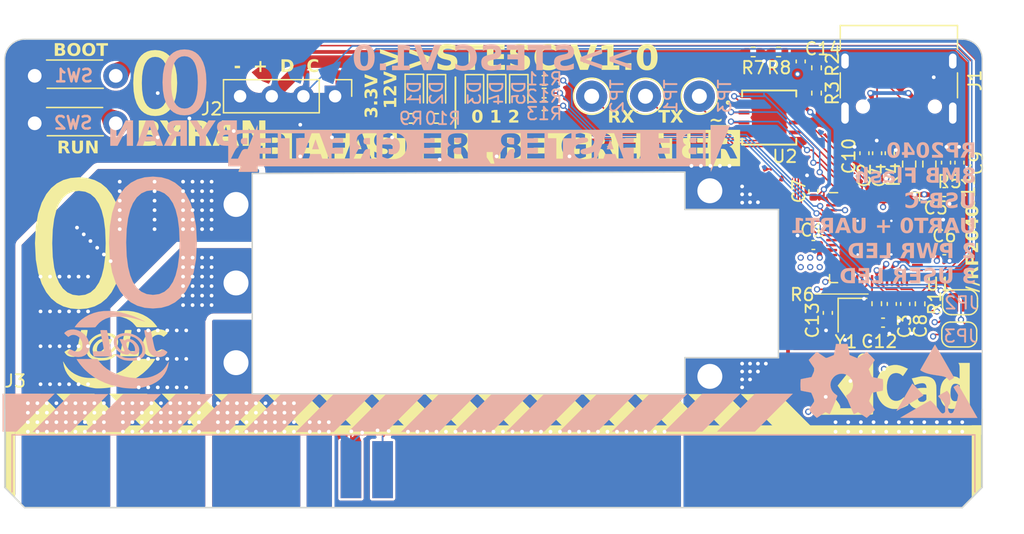
<source format=kicad_pcb>
(kicad_pcb (version 20230410) (generator pcbnew)
  (title_block (date "2023-07-29") (rev "V1.0"))
  (layers (0 "F.Cu" signal) (1 "In1.Cu" signal) (2 "In2.Cu" signal) (31 "B.Cu" signal) (34 "B.Paste" user) (35 "F.Paste" user) (36 "B.SilkS" user "B.Silkscreen") (37 "F.SilkS" user "F.Silkscreen") (38 "B.Mask" user) (39 "F.Mask" user) (44 "Edge.Cuts" user))
  (net 0 "")
  (net 1 "+3V3")
  (net 2 "GND")
  (net 3 "/RP2040/+1.1V")
  (net 4 "Net-(C12-Pad1)")
  (net 5 "/RP2040/XIN")
  (net 6 "Net-(J1-CC1)")
  (net 7 "/RP2040/USB_P")
  (net 8 "/RP2040/USB_N")
  (net 10 "Net-(J1-CC2)")
  (net 12 "/RP2040/SWCLK")
  (net 13 "/RP2040/SWDIO")
  (net 14 "/PHASE_A")
  (net 15 "/PHASE_B")
  (net 16 "/PHASE_C")
  (net 17 "/BOARD_TX")
  (net 18 "/BOARD_RX")
  (net 19 "/BOARD_TX_1")
  (net 20 "/BOARD_RX_1")
  (net 21 "+12V")
  (net 22 "/UART1_TX")
  (net 23 "/RP2040/RUN")
  (net 24 "Net-(U1-USB_DP)")
  (net 25 "Net-(U1-USB_DM)")
  (net 26 "/RP2040/XOUT")
  (net 27 "/RP2040/USB_BOOT")
  (net 28 "/RP2040/QSPI_CS")
  (net 29 "/UART1_RX")
  (net 30 "Net-(D1-A)")
  (net 31 "Net-(D2-A)")
  (net 32 "Net-(D3-A)")
  (net 51 "/RP2040/ADC0")
  (net 52 "/RP2040/ADC1")
  (net 53 "/RP2040/ADC2")
  (net 54 "/RP2040/ADC3")
  (net 55 "/RP2040/QSPI_SD3")
  (net 56 "/RP2040/QSPI_SCK")
  (net 57 "/RP2040/QSPI_SD0")
  (net 58 "/RP2040/QSPI_SD2")
  (net 59 "/RP2040/QSPI_SD1")
  (net 60 "/ESC_PWM")
  (net 61 "/RP2040/USB_VBUS")
  (net 62 "Net-(D4-A)")
  (net 63 "Net-(D5-A)")
  (net 64 "/RP2040/LED0")
  (net 65 "/RP2040/LED1")
  (net 66 "/RP2040/LED2")
  (footprint "Resistor_SMD:R_0402_1005Metric" (layer "F.Cu") (at 165.355999 98.806 180)
    (fp_text reference "R10")
    (fp_text value "1k")
  )
  (footprint "Resistor_SMD:R_0402_1005Metric" (layer "F.Cu") (at 173.988001 97.79 180)
    (fp_text reference "R13")
    (fp_text value "1k")
  )
  (footprint "W25Q64JVXGIQ:DFN_XGIQ TR_WIN-M" (layer "F.Cu") (at 192.0367 98.73615)
    (fp_text reference "U2")
    (fp_text value "W25Q64JVXGIQ")
  )
  (footprint "Crystal:Crystal_SMD_2016-4Pin_2.0x1.6mm" (layer "F.Cu") (at 198.716003 114.597337 -90)
    (fp_text reference "Y1")
    (fp_text value "12MHz")
  )
  (footprint "TestPoint:TestPoint_THTPad_D2.5mm_Drill1.2mm" (layer "F.Cu") (at 186.436 97.028 90)
    (fp_text reference "TP3")
    (fp_text value "ESC_PWM")
  )
  (footprint "Resistor_SMD:R_0402_1005Metric" (layer "F.Cu") (at 195.834 96.774 -90)
    (fp_text reference "R3")
    (fp_text value "5.1k")
  )
  (footprint "Resistor_SMD:R_0402_1005Metric" (layer "F.Cu") (at 173.99 95.758 180)
    (fp_text reference "R11")
    (fp_text value "1k")
  )
  (footprint "Resistor_SMD:R_0402_1005Metric" (layer "F.Cu") (at 192.786 93.472)
    (fp_text reference "R8")
    (fp_text value "10K")
  )
  (footprint "Capacitor_SMD:C_0402_1005Metric" (layer "F.Cu") (at 195.58 108.966 180)
    (fp_text reference "C1")
    (fp_text value "0.1uF")
  )
  (footprint "Resistor_SMD:R_0402_1005Metric" (layer "F.Cu") (at 190.754 93.472)
    (fp_text reference "R7")
    (fp_text value "1K")
  )
  (footprint "Resistor_SMD:R_0402_1005Metric" (layer "F.Cu") (at 173.99 96.774 180)
    (fp_text reference "R12")
    (fp_text value "1k")
  )
  (footprint "Connector_PinHeader_2.54mm:PinHeader_1x04_P2.54mm_Vertical" (layer "F.Cu") (at 157.226 97.028 -90)
    (fp_text reference "J2")
    (fp_text value "Conn_01x04")
  )
  (footprint "LED_SMD:LED_0603_1608Metric" (layer "F.Cu") (at 163.576 96.748499 -90)
    (fp_text reference "D1")
    (fp_text value "LED")
  )
  (footprint "Capacitor_SMD:C_0402_1005Metric" (layer "F.Cu") (at 195.58 104.648 90)
    (fp_text reference "C7")
    (fp_text value "0.1uF")
  )
  (footprint "Capacitor_SMD:C_0402_1005Metric" (layer "F.Cu") (at 201.168 115.202)
    (fp_text reference "C12")
    (fp_text value "27pF")
  )
  (footprint "Resistor_SMD:R_0402_1005Metric" (layer "F.Cu") (at 163.322 98.806)
    (fp_text reference "R9")
    (fp_text value "1k")
  )
  (footprint "LED_SMD:LED_0603_1608Metric" (layer "F.Cu") (at 168.402 96.774 -90)
    (fp_text reference "D3")
    (fp_text value "LED0")
  )
  (footprint "5530843-7_PCB_Edge:TE_5530843-7_PCB_Edge" (layer "F.Cu") (at 169.926 130.048)
    (fp_text reference "J3")
    (fp_text value "5530843-7")
    (fp_line (start -39.1922 -1.6256) (end -39.1922 -7.874) (stroke (width 0.12)) (layer "Edge.Cuts"))
    (fp_line (start -37.592 0) (end -39.1922 -1.6256) (stroke (width 0.12)) (layer "Edge.Cuts"))
    (fp_line (start 37.592 0) (end -37.592 0) (stroke (width 0.12)) (layer "Edge.Cuts"))
    (fp_line (start 39.1922 -7.874) (end 39.1922 -1.6256) (stroke (width 0.12)) (layer "Edge.Cuts"))
    (fp_line (start 39.1922 -1.6256) (end 37.592 0) (stroke (width 0.12)) (layer "Edge.Cuts"))
  )
  (footprint "Jumper:SolderJumper-2_P1.3mm_Open_RoundedPad1.0x1.5mm" (layer "F.Cu") (at 207.279 116.1542)
    (fp_text reference "JP3")
    (fp_text value "TX")
  )
  (footprint "SLIM_6MM_Switch:SW_PUSH_6mm_SLIM" (layer "F.Cu") (at 139.636 95.389 180)
    (fp_text reference "SW1")
    (fp_text value "SW_Push")
  )
  (footprint "Jumper:SolderJumper-2_P1.3mm_Open_RoundedPad1.0x1.5mm" (layer "F.Cu") (at 207.3402 113.5634)
    (fp_text reference "JP2")
    (fp_text value "RX")
  )
  (footprint "Resistor_SMD:R_0402_1005Metric" (layer "F.Cu") (at 195.834 94.742 90)
    (fp_text reference "R2")
    (fp_text value "5.1k")
  )
  (footprint "Resistor_SMD:R_0603_1608Metric" (layer "F.Cu") (at 204.8825 102.468999 -90)
    (fp_text reference "R5")
    (fp_text value "27")
  )
  (footprint "TestPoint:TestPoint_THTPad_D2.5mm_Drill1.2mm" (layer "F.Cu") (at 182.118 97.028 90)
    (fp_text reference "TP1")
    (fp_text value "ESC_TX")
  )
  (footprint "Capacitor_SMD:C_0402_1005Metric" (layer "F.Cu") (at 199.6755 101.6 90)
    (fp_text reference "C10")
    (fp_text value "0.1uF")
  )
  (footprint "JLCPCB_Logo:JLCPCB_Logo_Black" (layer "F.Cu") (at 139.7 117.348)
    (fp_text reference "G***" hide)
    (fp_text value "LOGO" hide)
  )
  (footprint "Connector_USB:USB_C_Receptacle_HRO_TYPE-C-31-M-12" (layer "F.Cu") (at 202.438 95.25 180)
    (fp_text reference "J1")
    (fp_text value "USB_C_Receptacle_USB2.0")
  )
  (footprint "Resistor_SMD:R_0402_1005Metric" (layer "F.Cu") (at 204.1398 113.6904 90)
    (fp_text reference "R1")
    (fp_text value "10K")
  )
  (footprint "Capacitor_SMD:C_0402_1005Metric" (layer "F.Cu") (at 206.217869 102.356 90)
    (fp_text reference "C11")
    (fp_text value "1uF")
  )
  (footprint "Symbol:KiCad-Logo_5mm_SilkScreen" (layer "F.Cu") (at 201.93 120.65)
    (fp_text reference "REF**" hide)
    (fp_text value "KiCad-Logo_5mm_SilkScreen" hide)
  )
  (footprint "B-G431B-ESC1:B-G431B-ESC1_MOUNT" (layer "F.Cu") (at 168.879 112.214 180)
    (fp_text reference "U3")
    (fp_text value "B-G431B-ESC1")
    (fp_line (start 18.3 8.98821) (end 18.3 -8.7) (stroke (width 0.12)) (layer "Edge.Cuts"))
    (fp_line (start 18.3 -8.7) (end -16.4 -8.7) (stroke (width 0.12)) (layer "Edge.Cuts"))
    (fp_line (start -16.4 9.1) (end 18.3 8.98821) (stroke (width 0.12)) (layer "Edge.Cuts"))
    (fp_line (start -16.4 6.1) (end -16.4 9.1) (stroke (width 0.12)) (layer "Edge.Cuts"))
    (fp_line (start -16.4 -5.8) (end -23.9 -5.8) (stroke (width 0.12)) (layer "Edge.Cuts"))
    (fp_line (start -16.4 -8.7) (end -16.4 -5.8) (stroke (width 0.12)) (layer "Edge.Cuts"))
    (fp_line (start -23.9 6.1) (end -16.4 6.1) (stroke (width 0.12)) (layer "Edge.Cuts"))
    (fp_line (start -23.9 -5.8) (end -23.9 6.1) (stroke (width 0.12)) (layer "Edge.Cuts"))
  )
  (footprint "TestPoint:TestPoint_THTPad_D2.5mm_Drill1.2mm" (layer "F.Cu") (at 177.8 97.028 90)
    (fp_text reference "TP2")
    (fp_text value "ESC_RX")
  )
  (footprint "Capacitor_SMD:C_0402_1005Metric" (layer "F.Cu") (at 207.2955 102.356 90)
    (fp_text reference "C9")
    (fp_text value "1uF")
  )
  (footprint "Resistor_SMD:R_0603_1608Metric" (layer "F.Cu") (at 203.263 102.469 90)
    (fp_text reference "R4")
    (fp_text value "27")
  )
  (footprint "Capacitor_SMD:C_0402_1005Metric" (layer "F.Cu") (at 206.079813 104.719056)
    (fp_text reference "C5")
    (fp_text value "0.1uF")
  )
  (footprint "Capacitor_SMD:C_0402_1005Metric" (layer "F.Cu") (at 206.079813 109.38879)
    (fp_text reference "C6")
    (fp_text value "0.1uF")
  )
  (footprint "LED_SMD:LED_0603_1608Metric" (layer "F.Cu") (at 165.354 96.774 -90)
    (fp_text reference "D2")
    (fp_text value "LED")
  )
  (footprint "Resistor_SMD:R_0402_1005Metric" (layer "F.Cu") (at 200.662054 113.678 -90)
    (fp_text reference "R6")
    (fp_text value "1K")
  )
  (footprint "Capacitor_SMD:C_0402_1005Metric" (layer "F.Cu") (at 200.6915 101.6 90)
    (fp_text reference "C2")
    (fp_text value "0.1uF")
  )
  (footprint "Capacitor_SMD:C_0402_1005Metric" (layer "F.Cu") (at 201.868369 113.699313 -90)
    (fp_text reference "C3")
    (fp_text value "0.1uF")
  )
  (footprint "Capacitor_SMD:C_0402_1005Metric" (layer "F.Cu") (at 202.946 113.699313 -90)
    (fp_text reference "C8")
    (fp_text value "0.1uF")
  )
  (footprint "LED_SMD:LED_0603_1608Metric" (layer "F.Cu") (at 170.18 96.774 -90)
    (fp_text reference "D4")
    (fp_text value "LED1")
  )
  (footprint "Capacitor_SMD:C_0402_1005Metric" (layer "F.Cu") (at 194.564 94.234 -90)
    (fp_text reference "C14")
    (fp_text value "1uF")
  )
  (footprint "Capacitor_SMD:C_0402_1005Metric" (layer "F.Cu") (at 201.7075 101.6 90)
    (fp_text reference "C4")
    (fp_text value "0.1uF")
  )
  (footprint "SLIM_6MM_Switch:SW_PUSH_6mm_SLIM" (layer "F.Cu") (at 139.636 99.199 180)
    (fp_text reference "SW2")
    (fp_text value "SW_Push")
  )
  (footprint "LED_SMD:LED_0603_1608Metric" (layer "F.Cu") (at 171.958 96.774 -90)
    (fp_text reference "D5")
    (fp_text value "LED2")
  )
  (footprint "Capacitor_SMD:C_0402_1005Metric" (layer "F.Cu") (at 196.740346 114.417733 -90)
    (fp_text reference "C13")
    (fp_text value "27pF")
  )
  (footprint "Package_DFN_QFN:QFN-56-1EP_7x7mm_P0.4mm_EP3.2x3.2mm_ThermalVias" (layer "F.Cu") (at 200.486 108.378)
    (fp_text reference "U1")
    (fp_text value "RP2040")
  )
  (footprint "JLCPCB_Logo:JLCPCB_Logo_Black" (layer "B.Cu") (at 139.60401 117.360006 180)
    (fp_text reference "G***" hide)
    (fp_text value "LOGO" hide)
  )
  (footprint "Symbol:ESD-Logo_6.6x6mm_SilkScreen" (layer "B.Cu") (at 205.486 119.888 180)
    (fp_text reference "REF**" hide)
    (fp_text value "ESD-Logo_6.6x6mm_SilkScreen" hide)
  )
  (footprint "Symbol:OSHW-Symbol_6.7x6mm_SilkScreen" (layer "B.Cu") (at 197.866 119.888 180)
    (fp_text reference "REF**" hide)
    (fp_text value "OSHW-Symbol_6.7x6mm_SilkScreen" hide)
  )
  (gr_poly (pts (xy 162.512008 123.97105) (xy 165.560008 123.97105) (xy 168.608008 120.92305) (xy 165.560008 120.92305)) (fill solid) (layer "B.SilkS"))
  (gr_poly (pts (xy 149.845957 123.97105) (xy 152.893957 123.97105) (xy 155.941957 120.92305) (xy 152.893957 120.92305)) (fill solid) (layer "B.SilkS"))
  (gr_poly (pts (xy 166.734025 123.9774) (xy 169.782025 123.9774) (xy 172.830025 120.9294) (xy 169.782025 120.9294)) (fill solid) (layer "B.SilkS"))
  (gr_poly (pts (xy 132.957889 123.974225) (xy 136.005889 123.974225) (xy 139.053889 120.926225) (xy 136.005889 120.926225)) (fill solid) (layer "B.SilkS"))
  (gr_poly (pts (xy 141.401923 123.9774) (xy 144.449923 123.9774) (xy 147.497923 120.9294) (xy 144.449923 120.9294)) (fill solid) (layer "B.SilkS"))
  (gr_poly (pts (xy 145.62394 123.952) (xy 148.67194 123.952) (xy 151.71994 120.904) (xy 148.67194 120.904)) (fill solid) (layer "B.SilkS"))
  (gr_poly (pts (xy 170.956042 123.952) (xy 174.004042 123.952) (xy 177.052042 120.904) (xy 174.004042 120.904)) (fill solid) (layer "B.SilkS"))
  (gr_poly (pts (xy 187.341255 99.373165) (xy 188.890655 99.373165) (xy 187.358933 103.106965)) (fill solid) (layer "B.SilkS"))
  (gr_poly (pts (xy 151.010107 103.100999) (xy 149.486107 103.100999) (xy 150.992429 99.367199)) (fill solid) (layer "B.SilkS"))
  (gr_poly (pts (xy 179.400076 123.952) (xy 182.448076 123.952) (xy 185.496076 120.904) (xy 182.448076 120.904)) (fill solid) (layer "B.SilkS"))
  (gr_poly (pts (xy 187.84411 123.952) (xy 190.89211 123.952) (xy 193.94011 120.904) (xy 190.89211 120.904)) (fill solid) (layer "B.SilkS"))
  (gr_poly (pts (xy 154.067974 123.9774) (xy 157.115974 123.9774) (xy 160.163974 120.9294) (xy 157.115974 120.9294)) (fill solid) (layer "B.SilkS"))
  (gr_poly (pts (xy 137.179906 123.974225) (xy 140.227906 123.974225) (xy 143.275906 120.926225) (xy 140.227906 120.926225)) (fill solid) (layer "B.SilkS"))
  (gr_poly (pts (xy 183.622093 123.952) (xy 186.670093 123.952) (xy 189.718093 120.904) (xy 186.670093 120.904)) (fill solid) (layer "B.SilkS"))
  (gr_poly (pts (xy 158.289991 123.952) (xy 161.337991 123.952) (xy 164.385991 120.904) (xy 161.337991 120.904)) (fill solid) (layer "B.SilkS"))
  (gr_poly (pts (xy 175.178059 123.97105) (xy 178.226059 123.97105) (xy 181.274059 120.92305) (xy 178.226059 120.92305)) (fill solid) (layer "B.SilkS"))
  (gr_poly (pts (xy 130.556 123.952) (xy 131.687889 123.952) (xy 134.735889 120.904) (xy 130.556 120.904)) (fill solid) (layer "B.SilkS"))
  (gr_line (start 166.878 95.504) (end 166.878 99.568) (stroke (width 0.15)) (layer "F.SilkS"))
  (gr_poly (pts (xy 157.858068 123.952) (xy 154.810068 123.952) (xy 151.762068 120.904) (xy 154.810068 120.904)) (fill solid) (layer "F.SilkS"))
  (gr_poly (pts (xy 145.192017 123.952) (xy 142.144017 123.952) (xy 139.096017 120.904) (xy 142.144017 120.904)) (fill solid) (layer "F.SilkS"))
  (gr_poly (pts (xy 178.968153 123.97105) (xy 175.920153 123.97105) (xy 172.872153 120.92305) (xy 175.920153 120.92305)) (fill solid) (layer "F.SilkS"))
  (gr_poly (pts (xy 136.652 123.952) (xy 130.556 123.952) (xy 130.556 120.904) (xy 133.604 120.904)) (fill solid) (layer "F.SilkS"))
  (gr_poly (pts (xy 195.856221 123.974225) (xy 192.808221 123.974225) (xy 189.760221 120.926225) (xy 192.808221 120.926225)) (fill solid) (layer "F.SilkS"))
  (gr_poly (pts (xy 174.746136 123.9774) (xy 171.698136 123.9774) (xy 168.650136 120.9294) (xy 171.698136 120.9294)) (fill solid) (layer "F.SilkS"))
  (gr_poly (pts (xy 153.636051 123.97105) (xy 150.588051 123.97105) (xy 147.540051 120.92305) (xy 150.588051 120.92305)) (fill solid) (layer "F.SilkS"))
  (gr_poly (pts (xy 149.414034 123.952) (xy 146.366034 123.952) (xy 143.318034 120.904) (xy 146.366034 120.904)) (fill solid) (layer "F.SilkS"))
  (gr_poly (pts (xy 187.343811 99.3394) (xy 188.867811 99.3394) (xy 187.361489 103.0732)) (fill solid) (layer "F.SilkS"))
  (gr_poly (pts (xy 166.302102 123.97105) (xy 163.254102 123.97105) (xy 160.206102 120.92305) (xy 163.254102 120.92305)) (fill solid) (layer "F.SilkS"))
  (gr_poly (pts (xy 191.634204 123.974225) (xy 188.586204 123.974225) (xy 185.538204 120.926225) (xy 188.586204 120.926225)) (fill solid) (layer "F.SilkS"))
  (gr_poly (pts (xy 187.412187 123.9774) (xy 184.364187 123.9774) (xy 181.316187 120.9294) (xy 184.364187 120.9294)) (fill solid) (layer "F.SilkS"))
  (gr_poly (pts (xy 151.021811 103.0732) (xy 149.472411 103.0732) (xy 151.004133 99.3394)) (fill solid) (layer "F.SilkS"))
  (gr_poly (pts (xy 162.080085 123.9774) (xy 159.032085 123.9774) (xy 155.984085 120.9294) (xy 159.032085 120.9294)) (fill solid) (layer "F.SilkS"))
  (gr_line (start 199.9742 112.903) (end 195.707 112.903) (stroke (width 0.1)) (layer "F.SilkS"))
  (gr_poly (pts (xy 183.19017 123.952) (xy 180.14217 123.952) (xy 177.09417 120.904) (xy 180.14217 120.904)) (fill solid) (layer "F.SilkS"))
  (gr_poly (pts (xy 170.524119 123.952) (xy 167.476119 123.952) (xy 164.428119 120.904) (xy 167.476119 120.904)) (fill solid) (layer "F.SilkS"))
  (gr_poly (pts (xy 140.97 123.952) (xy 137.922 123.952) (xy 134.874 120.904) (xy 137.922 120.904)) (fill solid) (layer "F.SilkS"))
  (gr_arc (start 207.518 92.45) (mid 208.649512 92.918688) (end 209.1182 94.0502) (stroke (width 0.1)) (layer "Edge.Cuts"))
  (gr_line (start 209.1182 122.174) (end 209.1182 94.0502) (stroke (width 0.1)) (layer "Edge.Cuts"))
  (gr_line (start 130.73 94.0799) (end 130.73 122.174) (stroke (width 0.1)) (layer "Edge.Cuts"))
  (gr_arc (start 130.73 94.0799) (mid 131.207387 92.927387) (end 132.3599 92.45) (stroke (width 0.1)) (layer "Edge.Cuts"))
  (gr_line (start 132.3599 92.45) (end 207.518 92.45) (stroke (width 0.1)) (layer "Edge.Cuts"))
  (gr_text "RP2040\n8MB Flash\nUSB-C\nUART0 + UART1\n2 PWR LED\n3 USER LED" (at 208.6356 112.2426) (layer "B.SilkS") (effects (font (size 1.2 1.2) (thickness 0.2) bold italic) (justify left bottom mirror)))
  (gr_text "BYRAN" (at 149.606 101.346) (layer "B.SilkS") (effects (font (size 2 2) (thickness 0.2) bold italic) (justify left bottom mirror)))
  (gr_text "0" (at 147.3708 99.314) (layer "B.SilkS") (effects (font (size 5 5)) (justify left bottom mirror)))
  (gr_text "BE FASTER, BE GREATER" (at 186.978479 102.376962) (layer "B.SilkS" knockout) (effects (font (size 2 2) (thickness 0.2) bold italic) (justify left bottom mirror)))
  (gr_text ">>STESC ${REVISION}" (at 181.2798 95.2754) (layer "B.SilkS") (effects (font (size 2 2) (thickness 0.2) bold italic) (justify left bottom mirror)))
  (gr_text "0" (at 147.066 115.57) (layer "B.SilkS") (effects (font (size 10 10)) (justify left bottom mirror)))
  (gr_text "12V" (at 162.306 98.044 90) (layer "F.SilkS") (effects (font (size 1 1) (thickness 0.25) bold) (justify left bottom)))
  (gr_text "0" (at 140.575 99.366) (layer "F.SilkS") (effects (font (size 5 5)) (justify left bottom)))
  (gr_text "RUN" (at 134.9248 101.7778) (layer "F.SilkS") (effects (font (size 1 1) (thickness 0.2) bold) (justify left bottom)))
  (gr_text "RX" (at 179.07 99.314) (layer "F.SilkS") (effects (font (size 1 1) (thickness 0.25) bold) (justify left bottom)))
  (gr_text "TX" (at 183.134 99.314) (layer "F.SilkS") (effects (font (size 1 1) (thickness 0.25) bold) (justify left bottom)))
  (gr_text "0 1 2" (at 168.148 99.314) (layer "F.SilkS") (effects (font (size 1 1) (thickness 0.25) bold) (justify left bottom)))
  (gr_text "-  +  D  C" (at 149.098 95.25) (layer "F.SilkS") (effects (font (size 1 1) (thickness 0.2) bold) (justify left bottom)))
  (gr_text "BYRAN" (at 141.224 101.346) (layer "F.SilkS") (effects (font (size 2 2) (thickness 0.2) bold italic) (justify left bottom)))
  (gr_text "BOOT" (at 134.62 93.9546) (layer "F.SilkS") (effects (font (size 1 1) (thickness 0.2) bold) (justify left bottom)))
  (gr_text "//RP2040" (at 208.9658 112.776 90) (layer "F.SilkS") (effects (font (size 1 1) (thickness 0.2) bold) (justify left bottom)))
  (gr_text ">>STESC ${REVISION}" (at 160.528 95.25) (layer "F.SilkS") (effects (font (size 2 2) (thickness 0.2) bold italic) (justify left bottom)))
  (gr_text "0" (at 132.2346 115.6246) (layer "F.SilkS") (effects (font (size 10 10)) (justify left bottom)))
  (gr_text "BE FASTER, BE GREATER" (at 151.377411 102.362) (layer "F.SilkS" knockout) (effects (font (size 2 2) (thickness 0.2) bold italic) (justify left bottom)))
  (gr_text "~" (at 187.198 99.568) (layer "F.SilkS") (effects (font (size 1 1) (thickness 0.25) bold) (justify left bottom)))
  (gr_text "3.3V" (at 160.782 98.806 90) (layer "F.SilkS") (effects (font (size 1 1) (thickness 0.25) bold) (justify left bottom)))
  (segment (start 200.686 112.166954) (end 200.686 111.8155) (width 0.125) (layer "F.Cu") (net 1))
  (segment (start 205.599813 109.38879) (end 205.599813 110.122187) (width 0.125) (layer "F.Cu") (net 1))
  (segment (start 204.4315 104.9405) (end 204.47 104.902) (width 0.3) (layer "F.Cu") (net 1))
  (segment (start 196.4265 105.156) (end 197.0485 105.778) (width 0.125) (layer "F.Cu") (net 1))
  (segment (start 205.599813 104.531687) (end 207.2955 102.836) (width 0.3) (layer "F.Cu") (net 1))
  (segment (start 203.086 104.9405) (end 203.6695 104.9405) (width 0.3) (layer "F.Cu") (net 1))
  (segment (start 196.06 109.954) (end 196.088 109.982) (width 0.3) (layer "F.Cu") (net 1))
  (segment (start 200.686 111.464045) (end 200.686 111.8155) (width 0.125) (layer "F.Cu") (net 1))
  (segment (start 194.564 97.536) (end 195.326 98.298) (width 0.3) (layer "F.Cu") (net 1))
  (segment (start 196.06 108.966) (end 196.06 109.954) (width 0.3) (layer "F.Cu") (net 1))
  (segment (start 203.7465 104.9405) (end 204.4315 104.9405) (width 0.3) (layer "F.Cu") (net 1))
  (segment (start 203.086 104.9405) (end 203.9235 105.778) (width 0.3) (layer "F.Cu") (net 1))
  (segment (start 193.295999 94.235999) (end 193.295999 93.472) (width 0.125) (layer "F.Cu") (net 1))
  (segment (start 204.47 104.902) (end 204.5085 104.9405) (width 0.3) (layer "F.Cu") (net 1))
  (segment (start 203.708 104.902) (end 203.7465 104.9405) (width 0.3) (layer "F.Cu") (net 1))
  (segment (start 194.564 94.714) (end 194.564 94.996) (width 0.13) (layer "F.Cu") (net 1))
  (segment (start 204.1398 114.200399) (end 204.239401 114.3) (width 0.125) (layer "F.Cu") (net 1))
  (segment (start 200.686 104.9405) (end 201.086001 104.9405) (width 0.125) (layer "F.Cu") (net 1))
  (segment (start 203.93429 109.38879) (end 203.9235 109.378) (width 0.125) (layer "F.Cu") (net 1))
  (segment (start 162.052 94.2477) (end 188.7083 94.2477) (width 1) (layer "F.Cu") (net 1))
  (segment (start 196.4265 104.506497) (end 196.4265 105.156) (width 0.125) (layer "F.Cu") (net 1))
  (segment (start 194.056 97.536) (end 194.564 97.536) (width 0.3) (layer "F.Cu") (net 1))
  (segment (start 203.6695 104.9405) (end 203.708 104.902) (width 0.3) (layer "F.Cu") (net 1))
  (segment (start 205.599813 110.122187) (end 205.486 110.236) (width 0.125) (layer "F.Cu") (net 1))
  (segment (start 205.599813 109.38879) (end 203.93429 109.38879) (width 0.125) (layer "F.Cu") (net 1))
  (segment (start 194.564 94.996) (end 194.31 95.25) (width 0.13) (layer "F.Cu") (net 1))
  (segment (start 200.6915 102.08) (end 200.6915 104.935) (width 0.125) (layer "F.Cu") (net 1))
  (segment (start 201.738359 113.219313) (end 200.686 112.166954) (width 0.125) (layer "F.Cu") (net 1))
  (segment (start 194.056 97.536) (end 194.056 95.504) (width 0.3) (layer "F.Cu") (net 1))
  (segment (start 201.086001 104.9405) (end 201.086001 103.632) (width 0.125) (layer "F.Cu") (net 1))
  (segment (start 194.056 95.504) (end 194.31 95.25) (width 0.3) (layer "F.Cu") (net 1))
  (segment (start 162.812 98.806) (end 162.56 98.554) (width 0.3) (layer "F.Cu") (net 1))
  (segment (start 201.086001 103.632) (end 201.086001 102.701499) (width 0.125) (layer "F.Cu") (net 1))
  (segment (start 188.722 94.234) (end 189.738 95.25) (width 1) (layer "F.Cu") (net 1))
  (segment (start 195.806 105.126997) (end 196.4265 104.506497) (width 0.125) (layer "F.Cu") (net 1))
  (segment (start 200.66 110.998) (end 200.66 111.438045) (width 0.125) (layer "F.Cu") (net 1))
  (segment (start 202.685999 104.9405) (end 203.086 104.9405) (width 0.3) (layer "F.Cu") (net 1))
  (segment (start 204.239401 114.3) (end 205.486 114.3) (width 0.125) (layer "F.Cu") (net 1))
  (segment (start 195.806 105.156) (end 195.806 105.126997) (width 0.125) (layer "F.Cu") (net 1))
  (segment (start 196.06 108.966) (end 196.472 109.378) (width 0.3) (layer "F.Cu") (net 1))
  (segment (start 205.378369 104.9405) (end 205.599813 104.719056) (width 0.3) (layer "F.Cu") (net 1))
  (segment (start 154.926301 94.2477) (end 162.052 94.2477) (width 1) (layer "F.Cu") (net 1))
  (segment (start 200.66 111.438045) (end 200.686 111.464045) (width 0.125) (layer "F.Cu") (net 1))
  (segment (start 201.868369 113.219313) (end 201.738359 113.219313) (width 0.125) (layer "F.Cu") (net 1))
  (segment (start 196.472 109.378) (end 197.0485 109.378) (width 0.3) (layer "F.Cu") (net 1))
  (segment (start 201.086001 102.701499) (end 201.7075 102.08) (width 0.125) (layer "F.Cu") (net 1))
  (segment (start 204.5085 104.9405) (end 205.378369 104.9405) (width 0.3) (layer "F.Cu") (net 1))
  (segment (start 200.6915 104.935) (end 200.686 104.9405) (width 0.125) (layer "F.Cu") (net 1))
  (segment (start 205.599813 104.719056) (end 205.599813 104.531687) (width 0.3) (layer "F.Cu") (net 1))
  (segment (start 162.56 94.7557) (end 162.052 94.2477) (width 0.3) (layer "F.Cu") (net 1))
  (segment (start 162.56 98.554) (end 162.56 94.7557) (width 0.3) (layer "F.Cu") (net 1))
  (segment (start 152.146001 97.028) (end 154.926301 94.2477) (width 1) (layer "F.Cu") (net 1))
  (segment (start 188.7083 94.2477) (end 188.722 94.234) (width 1) (layer "F.Cu") (net 1))
  (segment (start 201.086001 103.632) (end 201.422 103.632) (width 0.125) (layer "F.Cu") (net 1))
  (segment (start 194.31 95.25) (end 193.295999 94.235999) (width 0.125) (layer "F.Cu") (net 1))
  (segment (start 189.738 95.25) (end 194.31 95.25) (width 1) (layer "F.Cu") (net 1))
  (via (at 155.956 123.19) (size 0.5) (drill 0.3) (layers "F.Cu" "B.Cu") (net 1))
  (via (at 195.326 109.982) (size 0.5) (drill 0.3) (layers "F.Cu" "B.Cu") (net 1))
  (via (at 203.708 104.902) (size 0.5) (drill 0.3) (layers "F.Cu" "B.Cu") (net 1))
  (via (at 156.718 123.952) (size 0.5) (drill 0.3) (layers "F.Cu" "B.Cu") (net 1))
  (via (at 194.31 95.25) (size 0.5) (drill 0.3) (layers "F.Cu" "B.Cu") (net 1))
  (via (at 195.326 98.298) (size 0.5) (drill 0.3) (layers "F.Cu" "B.Cu") (net 1))
  (via (at 156.718 123.19) (size 0.5) (drill 0.3) (layers "F.Cu" "B.Cu") (net 1))
  (via (at 196.088 110.744) (size 0.5) (drill 0.3) (layers "F.Cu" "B.Cu") (net 1))
  (via (at 201.422 103.632) (size 0.5) (drill 0.3) (layers "F.Cu" "B.Cu") (net 1))
  (via (at 196.088 109.982) (size 0.5) (drill 0.3) (layers "F.Cu" "B.Cu") (net 1))
  (via (at 205.486 114.3) (size 0.5) (drill 0.3) (layers "F.Cu" "B.Cu") (net 1))
  (via (at 155.956 123.952) (size 0.5) (drill 0.3) (layers "F.Cu" "B.Cu") (net 1))
  (via (at 194.564 110.744) (size 0.5) (drill 0.3) (layers "F.Cu" "B.Cu") (net 1))
  (via (at 200.66 110.998) (size 0.5) (drill 0.3) (layers "F.Cu" "B.Cu") (net 1))
  (via (at 196.4265 104.506497) (size 0.5) (drill 0.3) (layers "F.Cu" "B.Cu") (net 1))
  (via (at 155.194 123.19) (size 0.5) (drill 0.3) (layers "F.Cu" "B.Cu") (net 1))
  (via (at 194.564 109.982) (size 0.5) (drill 0.3) (layers "F.Cu" "B.Cu") (net 1))
  (via (at 204.47 104.902) (size 0.5) (drill 0.3) (layers "F.Cu" "B.Cu") (net 1))
  (via (at 155.194 123.952) (size 0.5) (drill 0.3) (layers "F.Cu" "B.Cu") (net 1))
  (via (at 205.486 110.236) (size 0.5) (drill 0.3) (layers "F.Cu" "B.Cu") (net 1))
  (via (at 195.326 110.744) (size 0.5) (drill 0.3) (layers "F.Cu" "B.Cu") (net 1))
  (segment (start 196.85 104.082997) (end 196.85 99.822) (width 0.3) (layer "B.Cu") (net 1))
  (segment (start 196.4265 104.506497) (end 196.85 104.082997) (width 0.3) (layer "B.Cu") (net 1))
  (segment (start 196.85 99.822) (end 195.326 98.298) (width 0.3) (layer "B.Cu") (net 1))
  (segment (start 206.559813 104.719056) (end 206.559813 105.606187) (width 0.125) (layer "F.Cu") (net 2))
  (segment (start 199.266003 113.897337) (end 199.266003 113.661997) (width 0.125) (layer "F.Cu") (net 2))
  (segment (start 201.958 101.12) (end 202.184 101.346) (width 0.125) (layer "F.Cu") (net 2))
  (segment (start 199.6755 101.12) (end 198.91 101.12) (width 0.125) (layer "F.Cu") (net 2))
  (segment (start 198.166003 116.539997) (end 198.12 116.586) (width 0.125) (layer "F.Cu") (net 2))
  (segment (start 198.166003 115.297337) (end 198.166003 116.539997) (width 0.125) (layer "F.Cu") (net 2))
  (segment (start 196.740346 115.679654) (end 196.596 115.824) (width 0.125) (layer "F.Cu") (net 2))
  (segment (start 194.338 108.204) (end 195.1 108.966) (width 0.125) (layer "F.Cu") (net 2))
  (segment (start 201.7075 101.12) (end 201.958 101.12) (width 0.125) (layer "F.Cu") (net 2))
  (segment (start 206.559813 110.178187) (end 206.502 110.236) (width 0.125) (layer "F.Cu") (net 2))
  (segment (start 198.91 101.12) (end 198.882 101.092) (width 0.125) (layer "F.Cu") (net 2))
  (segment (start 206.217869 101.876) (end 206.217869 101.122131) (width 0.125) (layer "F.Cu") (net 2))
  (segment (start 195.58 103.886) (end 195.072 103.378) (width 0.3) (layer "F.Cu") (net 2))
  (segment (start 201.868369 114.492369) (end 202.438 115.062) (width 0.125) (layer "F.Cu") (net 2))
  (segment (start 206.217869 101.122131) (end 206.248 101.092) (width 0.125) (layer "F.Cu") (net 2))
  (segment (start 201.648 116.05) (end 201.676 116.078) (width 0.125) (layer "F.Cu") (net 2))
  (segment (start 201.648 115.202) (end 201.648 116.05) (width 0.125) (layer "F.Cu") (net 2))
  (segment (start 207.2955 101.876) (end 207.2955 101.1235) (width 0.125) (layer "F.Cu") (net 2))
  (segment (start 194.31 108.204) (end 194.338 108.204) (width 0.125) (layer "F.Cu") (net 2))
  (segment (start 200.6915 100.6155) (end 200.66 100.584) (width 0.125) (layer "F.Cu") (net 2))
  (segment (start 199.266003 113.661997) (end 199.644 113.284) (width 0.125) (layer "F.Cu") (net 2))
  (segment (start 206.559813 105.606187) (end 206.502 105.664) (width 0.125) (layer "F.Cu") (net 2))
  (segment (start 201.868369 114.179313) (end 201.868369 114.492369) (width 0.125) (layer "F.Cu") (net 2))
  (segment (start 195.58 104.168) (end 195.58 103.886) (width 0.3) (layer "F.Cu") (net 2))
  (segment (start 202.946 114.554) (end 203.2 114.808) (width 0.125) (layer "F.Cu") (net 2))
  (segment (start 200.6915 101.12) (end 200.6915 100.6155) (width 0.125) (layer "F.Cu") (net 2))
  (segment (start 202.946 114.179313) (end 202.946 114.554) (width 0.125) (layer "F.Cu") (net 2))
  (segment (start 196.740346 114.897733) (end 196.740346 115.679654) (width 0.125) (layer "F.Cu") (net 2))
  (segment (start 206.559813 109.38879) (end 206.559813 110.178187) (width 0.125) (layer "F.Cu") (net 2))
  (segment (start 207.2955 101.1235) (end 207.264 101.092) (width 0.125) (layer "F.Cu") (net 2))
  (via (at 190.5 105.537) (size 0.5) (drill 0.3) (layers "F.Cu" "B.Cu") (net 2))
  (via (at 206.502 105.664) (size 0.5) (drill 0.3) (layers "F.Cu" "B.Cu") (net 2))
  (via (at 198.12 116.586) (size 0.5) (drill 0.3) (layers "F.Cu" "B.Cu") (net 2))
  (via (at 201.2442 118.9228) (size 0.5) (drill 0.3) (layers "F.Cu" "B.Cu") (net 2))
  (via (at 200.121106 116.699233) (size 0.5) (drill 0.3) (layers "F.Cu" "B.Cu") (net 2))
  (via (at 186.563 102.616) (size 0.5) (drill 0.3) (layers "F.Cu" "B.Cu") (net 2))
  (via (at 198.882 101.092) (size 0.5) (drill 0.3) (layers "F.Cu" "B.Cu") (net 2))
  (via (at 196.596 115.824) (size 0.5) (drill 0.3) (layers "F.Cu" "B.Cu") (net 2))
  (via (at 179.832 123.952) (size 0.5) (drill 0.3) (layers "F.Cu" "B.Cu") (net 2))
  (via (at 143.002 100.33) (size 0.5) (drill 0.3) (layers "F.Cu" "B.Cu") (net 2))
  (via (at 176.022 101.854) (size 0.5) (drill 0.3) (layers "F.Cu" "B.Cu") (net 2))
  (via (at 173.736 123.952) (size 0.5) (drill 0.3) (layers "F.Cu" "B.Cu") (net 2))
  (via (at 149.098 99.822) (size 0.5) (drill 0.3) (layers "F.Cu" "B.Cu") (net 2))
  (via (at 165.608 102.108) (size 0.5) (drill 0.3) (layers "F.Cu" "B.Cu") (net 2))
  (via (at 198.5518 119.888) (size 0.5) (drill 0.3) (layers "F.Cu" "B.Cu") (net 2))
  (via (at 143.002 96.774) (size 0.5) (drill 0.3) (layers "F.Cu" "B.Cu") (net 2))
  (via (at 169.926 123.952) (size 0.5) (drill 0.3) (layers "F.Cu" "B.Cu") (net 2))
  (via (at 188.087 102.616) (size 0.5) (drill 0.3) (layers "F.Cu" "B.Cu") (net 2))
  (via (at 205.232 95.504) (size 0.5) (drill 0.3) (layers "F.Cu" "B.Cu") (net 2))
  (via (at 188.849 102.616) (size 0.5) (drill 0.3) (layers "F.Cu" "B.Cu") (net 2))
  (via (at 190.5 104.902) (size 0.5) (drill 0.3) (layers "F.Cu" "B.Cu") (net 2))
  (via (at 189.865 104.267) (size 0.5) (drill 0.3) (layers "F.Cu" "B.Cu") (net 2))
  (via (at 182.88 123.952) (size 0.5) (drill 0.3) (layers "F.Cu" "B.Cu") (net 2))
  (via (at 166.116 123.952) (size 0.5) (drill 0.3) (layers "F.Cu" "B.Cu") (net 2))
  (via (at 195.1736 122.3518) (size 0.5) (drill 0.3) (layers "F.Cu" "B.Cu") (net 2))
  (via (at 170.688 123.952) (size 0.5) (drill 0.3) (layers "F.Cu" "B.Cu") (net 2))
  (via (at 182.118 123.952) (size 0.5) (drill 0.3) (layers "F.Cu" "B.Cu") (net 2))
  (via (at 187.325 102.616) (size 0.5) (drill 0.3) (layers "F.Cu" "B.Cu") (net 2))
  (via (at 195.072 103.378) (size 0.5) (drill 0.3) (layers "F.Cu" "B.Cu") (net 2))
  (via (at 196.5706 121.158) (size 0.5) (drill 0.3) (layers "F.Cu" "B.Cu") (net 2))
  (via (at 166.878 123.952) (size 0.5) (drill 0.3) (layers "F.Cu" "B.Cu") (net 2))
  (via (at 175.26 123.952) (size 0.5) (drill 0.3) (layers "F.Cu" "B.Cu") (net 2))
  (via (at 168.402 123.952) (size 0.5) (drill 0.3) (layers "F.Cu" "B.Cu") (net 2))
  (via (at 176.784 123.952) (size 0.5) (drill 0.3) (layers "F.Cu" "B.Cu") (net 2))
  (via (at 161.798 100.33) (size 0.5) (drill 0.3) (layers "F.Cu" "B.Cu") (net 2))
  (via (at 163.068 123.952) (size 0.5) (drill 0.3) (layers "F.Cu" "B.Cu") (net 2))
  (via (at 205.994 106.934) (size 0.5) (drill 0.3) (layers "F.Cu" "B.Cu") (net 2))
  (via (at 183.642 123.952) (size 0.5) (drill 0.3) (layers "F.Cu" "B.Cu") (net 2))
  (via (at 185.801 102.616) (size 0.5) (drill 0.3) (layers "F.Cu" "B.Cu") (net 2))
  (via (at 156.972 100.33) (size 0.5) (drill 0.3) (layers "F.Cu" "B.Cu") (net 2))
  (via (at 177.546 123.952) (size 0.5) (drill 0.3) (layers "F.Cu" "B.Cu") (net 2))
  (via (at 170.18 101.854) (size 0.5) (drill 0.3) (layers "F.Cu" "B.Cu") (net 2))
  (via (at 189.86989 105.567527) (size 0.5) (drill 0.3) (layers "F.Cu" "B.Cu") (net 2))
  (via (at 154.432 99.314) (size 0.5) (drill 0.3) (layers "F.Cu" "B.Cu") (net 2))
  (via (at 202.184 101.346) (size 0.5) (drill 0.3) (layers "F.Cu" "B.Cu") (net 2))
  (via (at 180.594 123.952) (size 0.5) (drill 0.3) (layers "F.Cu" "B.Cu") (net 2))
  (via (at 201.676 116.078) (size 0.5) (drill 0.3) (layers "F.Cu" "B.Cu") (net 2))
  (via (at 174.498 123.952) (size 0.5) (drill 0.3) (layers "F.Cu" "B.Cu") (net 2))
  (via (at 202.438 115.062) (size 0.5) (drill 0.3) (layers "F.Cu" "B.Cu") (net 2))
  (via (at 171.45 123.952) (size 0.5) (drill 0.3) (layers "F.Cu" "B.Cu") (net 2))
  (via (at 181.356 123.952) (size 0.5) (drill 0.3) (layers "F.Cu" "B.Cu") (net 2))
  (via (at 203.2 114.808) (size 0.5) (drill 0.3) (layers "F.Cu" "B.Cu") (net 2))
  (via (at 178.308 123.952) (size 0.5) (drill 0.3) (layers "F.Cu" "B.Cu") (net 2))
  (via (at 163.83 123.952) (size 0.5) (drill 0.3) (layers "F.Cu" "B.Cu") (net 2))
  (via (at 145.542 98.806) (size 0.5) (drill 0.3) (layers "F.Cu" "B.Cu") (net 2))
  (via (at 154.432 101.854) (size 0.5) (drill 0.3) (layers "F.Cu" "B.Cu") (net 2))
  (via (at 167.64 123.952) (size 0.5) (drill 0.3) (layers "F.Cu" "B.Cu") (net 2))
  (via (at 191.135 105.537) (size 0.5) (drill 0.3) (layers "F.Cu" "B.Cu") (net 2))
  (via (at 172.974 123.952) (size 0.5) (drill 0.3) (layers "F.Cu" "B.Cu") (net 2))
  (via (at 206.248 101.092) (size 0.5) (drill 0.3) (layers "F.Cu" "B.Cu") (net 2))
  (via (at 194.31 108.204) (size 0.5) (drill 0.3) (layers "F.Cu" "B.Cu") (net 2))
  (via (at 179.07 123.952) (size 0.5) (drill 0.3) (layers "F.Cu" "B.Cu") (net 2))
  (via (at 176.022 123.952) (size 0.5) (drill 0.3) (layers "F.Cu" "B.Cu") (net 2))
  (via (at 165.354 123.952) (size 0.5) (drill 0.3) (layers "F.Cu" "B.Cu") (net 2))
  (via (at 169.164 123.952) (size 0.5) (drill 0.3) (layers "F.Cu" "B.Cu") (net 2))
  (via (at 200.66 100.584) (size 0.5) (drill 0.3) (layers "F.Cu" "B.Cu") (net 2))
  (via (at 189.865 104.902) (size 0.5) (drill 0.3) (layers "F.Cu" "B.Cu") (net 2))
  (via (at 203.454 116.078) (size 0.5) (drill 0.3) (layers "F.Cu" "B.Cu") (net 2))
  (via (at 206.502 110.236) (size 0.5) (drill 0.3) (layers "F.Cu" "B.Cu") (net 2))
  (via (at 207.264 101.092) (size 0.5) (drill 0.3) (layers "F.Cu" "B.Cu") (net 2))
  (via (at 199.644 113.284) (size 0.5) (drill 0.3) (layers "F.Cu" "B.Cu") (net 2))
  (via (at 172.212 123.952) (size 0.5) (drill 0.3) (layers "F.Cu" "B.Cu") (net 2))
  (via (at 164.592 123.952) (size 0.5) (drill 0.3) (layers "F.Cu" "B.Cu") (net 2))
  (segment (start 199.6755 102.08) (end 200.457 102.8615) (width 0.125) (layer "F.Cu") (net 3))
  (segment (start 201.168 105.55) (end 201.168 105.918) (width 0.125) (layer "F.Cu") (net 3))
  (segment (start 201.441045 112.522) (end 201.086001 112.166956) (width 0.125) (layer "F.Cu") (net 3))
  (segment (start 202.286 104.589044) (end 202.286 104.9405) (width 0.125) (layer "F.Cu") (net 3))
  (segment (start 202.248687 112.522) (end 201.441045 112.522) (width 0.125) (layer "F.Cu") (net 3))
  (segment (start 201.214 111.687501) (end 201.086001 111.8155) (width 0.125) (layer "F.Cu") (net 3))
  (segment (start 206.217869 102.959717) (end 205.037586 104.14) (width 0.125) (layer "F.Cu") (net 3))
  (segment (start 206.217869 102.836) (end 206.217869 102.959717) (width 0.125) (layer "F.Cu") (net 3))
  (segment (start 200.544045 105.55) (end 201.168 105.55) (width 0.125) (layer "F.Cu") (net 3))
  (segment (start 201.168 105.55) (end 202.027955 105.55) (width 0.125) (layer "F.Cu") (net 3))
  (segment (start 202.027955 105.55) (end 202.286 105.291955) (width 0.125) (layer "F.Cu") (net 3))
  (segment (start 201.422 110.49) (end 201.214 110.698) (width 0.125) (layer "F.Cu") (net 3))
  (segment (start 200.286 104.9405) (end 200.286 105.291955) (width 0.125) (layer "F.Cu") (net 3))
  (segment (start 200.286 104.589044) (end 200.286 104.9405) (width 0.125) (layer "F.Cu") (net 3))
  (segment (start 200.457 102.8615) (end 200.457 104.418044) (width 0.125) (layer "F.Cu") (net 3))
  (segment (start 202.735044 104.14) (end 202.286 104.589044) (width 0.125) (layer "F.Cu") (net 3))
  (segment (start 201.214 110.698) (end 201.214 111.687501) (width 0.125) (layer "F.Cu") (net 3))
  (segment (start 200.457 104.418044) (end 200.286 104.589044) (width 0.125) (layer "F.Cu") (net 3))
  (segment (start 205.037586 104.14) (end 202.735044 104.14) (width 0.125) (layer "F.Cu") (net 3))
  (segment (start 202.946 113.219313) (end 202.248687 112.522) (width 0.125) (layer "F.Cu") (net 3))
  (segment (start 202.286 105.291955) (end 202.286 104.9405) (width 0.125) (layer "F.Cu") (net 3))
  (segment (start 201.086001 112.166956) (end 201.086001 111.8155) (width 0.125) (layer "F.Cu") (net 3))
  (segment (start 200.286 105.291955) (end 200.544045 105.55) (width 0.125) (layer "F.Cu") (net 3))
  (via (at 201.168 105.918) (size 0.5) (drill 0.3) (layers "F.Cu" "B.Cu") (net 3))
  (via (at 201.422 110.49) (size 0.5) (drill 0.3) (layers "F.Cu" "B.Cu") (net 3))
  (segment (start 200.662054 114.187999) (end 200.662054 115.176054) (width 0.125) (layer "F.Cu") (net 4))
  (segment (start 199.266003 115.297337) (end 200.592663 115.297337) (width 0.125) (layer "F.Cu") (net 4))
  (segment (start 200.662054 115.176054) (end 200.688 115.202) (width 0.125) (layer "F.Cu") (net 4))
  (segment (start 200.592663 115.297337) (end 200.688 115.202) (width 0.125) (layer "F.Cu") (net 4))
  (segment (start 199.885999 112.166956) (end 199.885999 111.8155) (width 0.125) (layer "F.Cu") (net 5))
  (segment (start 196.780742 113.897337) (end 198.166003 113.897337) (width 0.125) (layer "F.Cu") (net 5))
  (segment (start 198.166003 113.897337) (end 198.166003 113.491997) (width 0.125) (layer "F.Cu") (net 5))
  (segment (start 199.022955 113.03) (end 199.885999 112.166956) (width 0.125) (layer "F.Cu") (net 5))
  (segment (start 196.740346 113.937733) (end 196.780742 113.897337) (width 0.125) (layer "F.Cu") (net 5))
  (segment (start 198.628 113.03) (end 199.022955 113.03) (width 0.125) (layer "F.Cu") (net 5))
  (segment (start 198.166003 113.491997) (end 198.628 113.03) (width 0.125) (layer "F.Cu") (net 5))
  (segment (start 200.914 95.504) (end 203.688 98.278) (width 0.125) (layer "F.Cu") (net 6))
  (segment (start 203.688 98.278) (end 203.688 99.295) (width 0.125) (layer "F.Cu") (net 6))
  (segment (start 196.086001 95.504) (end 200.914 95.504) (width 0.125) (layer "F.Cu") (net 6))
  (segment (start 195.834 95.251999) (end 196.086001 95.504) (width 0.125) (layer "F.Cu") (net 6))
  (segment (start 202.688 101.069) (end 202.688 100.33) (width 0.125) (layer "F.Cu") (net 7))
  (segment (start 202.688 100.33) (end 202.688 99.295) (width 0.125) (layer "F.Cu") (net 7))
  (segment (start 201.873 100.33) (end 202.688 100.33) (width 0.125) (layer "F.Cu") (net 7))
  (segment (start 203.263 101.644) (end 202.688 101.069) (width 0.125) (layer "F.Cu") (net 7))
  (segment (start 201.688 99.295) (end 201.688 100.145) (width 0.125) (layer "F.Cu") (net 7))
  (segment (start 201.688 100.145) (end 201.873 100.33) (width 0.125) (layer "F.Cu") (net 7))
  (segment (start 203.188 99.295) (end 203.188 99.949499) (width 0.125) (layer "F.Cu") (net 8))
  (segment (start 203.188 99.949499) (end 204.8825 101.643999) (width 0.125) (layer "F.Cu") (net 8))
  (segment (start 203.141 98.398) (end 203.188 98.445) (width 0.125) (layer "F.Cu") (net 8))
  (segment (start 202.188 99.295) (end 202.188 98.445) (width 0.125) (layer "F.Cu") (net 8))
  (segment (start 202.188 98.445) (end 202.235 98.398) (width 0.125) (layer "F.Cu") (net 8))
  (segment (start 202.235 98.398) (end 203.141 98.398) (width 0.125) (layer "F.Cu") (net 8))
  (segment (start 203.188 98.445) (end 203.188 99.295) (width 0.125) (layer "F.Cu") (net 8))
  (segment (start 196.359501 95.7385) (end 200.1325 95.7385) (width 0.125) (layer "F.Cu") (net 10))
  (segment (start 200.1325 95.7385) (end 200.688 96.294) (width 0.125) (layer "F.Cu") (net 10))
  (segment (start 200.688 96.294) (end 200.688 99.295) (width 0.125) (layer "F.Cu") (net 10))
  (segment (start 195.834 96.264001) (end 196.359501 95.7385) (width 0.125) (layer "F.Cu") (net 10))
  (segment (start 201.486 111.188) (end 202.184 110.49) (width 0.125) (layer "F.Cu") (net 12))
  (segment (start 201.486 111.8155) (end 201.486 111.188) (width 0.125) (layer "F.Cu") (net 12))
  (via (at 202.184 110.49) (size 0.5) (drill 0.3) (layers "F.Cu" "B.Cu") (net 12))
  (segment (start 202.184 110.49) (end 202.355534 110.318466) (width 0.125) (layer "B.Cu") (net 12))
  (segment (start 202.355534 110.318466) (end 202.956299 110.318466) (width 0.125) (layer "B.Cu") (net 12))
  (segment (start 207.31 110.698) (end 208.026 109.982) (width 0.125) (layer "B.Cu") (net 12))
  (segment (start 207.036352 93.228) (end 160.518 93.228) (width 0.125) (layer "B.Cu") (net 12))
  (segment (start 157.226 96.52) (end 157.226 97.028) (width 0.125) (layer "B.Cu") (net 12))
  (segment (start 202.956299 110.318466) (end 203.335833 110.698) (width 0.125) (layer "B.Cu") (net 12))
  (segment (start 208.026 94.217648) (end 207.036352 93.228) (width 0.125) (layer "B.Cu") (net 12))
  (segment (start 208.026 109.982) (end 208.026 94.217648) (width 0.125) (layer "B.Cu") (net 12))
  (segment (start 203.335833 110.698) (end 207.31 110.698) (width 0.125) (layer "B.Cu") (net 12))
  (segment (start 160.518 93.228) (end 157.226 96.52) (width 0.125) (layer "B.Cu") (net 12))
  (segment (start 201.886 111.8155) (end 201.886 111.464045) (width 0.125) (layer "F.Cu") (net 13))
  (segment (start 202.569579 110.780466) (end 202.764932 110.780466) (width 0.125) (layer "F.Cu") (net 13))
  (segment (start 201.886 111.464045) (end 202.569579 110.780466) (width 0.125) (layer "F.Cu") (net 13))
  (via (at 202.764932 110.780466) (size 0.5) (drill 0.3) (layers "F.Cu" "B.Cu") (net 13))
  (segment (start 158.592066 92.9935) (end 154.686 96.899566) (width 0.125) (layer "B.Cu") (net 13))
  (segment (start 207.133486 92.9935) (end 158.592066 92.9935) (width 0.125) (layer "B.Cu") (net 13))
  (segment (start 202.764932 110.780466) (end 202.916966 110.9325) (width 0.125) (layer "B.Cu") (net 13))
  (segment (start 207.407134 110.9325) (end 208.28 110.059634) (width 0.125) (layer "B.Cu") (net 13))
  (segment (start 202.916966 110.9325) (end 207.407134 110.9325) (width 0.125) (layer "B.Cu") (net 13))
  (segment (start 154.686 96.899566) (end 154.686 97.028) (width 0.125) (layer "B.Cu") (net 13))
  (segment (start 208.28 94.140014) (end 207.133486 92.9935) (width 0.125) (layer "B.Cu") (net 13))
  (segment (start 208.28 110.059634) (end 208.28 94.140014) (width 0.125) (layer "B.Cu") (net 13))
  (via (at 135.128 114.3) (size 0.5) (drill 0.3) (layers "F.Cu" "B.Cu") (net 14))
  (via (at 145.796 103.886) (size 0.5) (drill 0.3) (layers "F.Cu" "B.Cu") (net 14))
  (via (at 139.954 105.41) (size 0.5) (drill 0.3) (layers "F.Cu" "B.Cu") (net 14))
  (via (at 139.954 106.172) (size 0.5) (drill 0.3) (layers "F.Cu" "B.Cu") (net 14))
  (via (at 137.921999 122.428001) (size 0.5) (drill 0.3) (layers "F.Cu" "B.Cu") (net 14))
  (via (at 137.413999 114.3) (size 0.5) (drill 0.3) (layers "F.Cu" "B.Cu") (net 14))
  (via (at 134.873999 121.665999) (size 0.5) (drill 0.3) (layers "F.Cu" "B.Cu") (net 14))
  (via (at 145.796 106.172) (size 0.5) (drill 0.3) (layers "F.Cu" "B.Cu") (net 14))
  (via (at 134.111999 123.190001) (size 0.5) (drill 0.3) (layers "F.Cu" "B.Cu") (net 14))
  (via (at 138.684 121.665999) (size 0.5) (drill 0.3) (layers "F.Cu" "B.Cu") (net 14))
  (via (at 139.954 107.696) (size 0.5) (drill 0.3) (layers "F.Cu" "B.Cu") (net 14))
  (via (at 145.796 106.934) (size 0.5) (drill 0.3) (layers "F.Cu" "B.Cu") (net 14))
  (via (at 146.558 103.886) (size 0.5) (drill 0.3) (layers "F.Cu" "B.Cu") (net 14))
  (via (at 137.159999 123.951999) (size 0.5) (drill 0.3) (layers "F.Cu" "B.Cu") (net 14))
  (via (at 132.587999 122.428) (size 0.5) (drill 0.3) (layers "F.Cu" "B.Cu") (net 14))
  (via (at 145.034 104.648) (size 0.5) (drill 0.3) (layers "F.Cu" "B.Cu") (net 14))
  (via (at 145.034 106.172) (size 0.5) (drill 0.3) (layers "F.Cu" "B.Cu") (net 14))
  (via (at 135.89 120.142) (size 0.5) (drill 0.3) (layers "F.Cu" "B.Cu") (net 14))
  (via (at 138.684 123.19) (size 0.5) (drill 0.3) (layers "F.Cu" "B.Cu") (net 14))
  (via (at 139.954 103.886) (size 0.5) (drill 0.3) (layers "F.Cu" "B.Cu") (net 14))
  (via (at 134.873998 123.952) (size 0.5) (drill 0.3) (layers "F.Cu" "B.Cu") (net 14))
  (via (at 145.034 106.934) (size 0.5) (drill 0.3) (layers "F.Cu" "B.Cu") (net 14))
  (via (at 133.349999 123.952) (size 0.5) (drill 0.3) (layers "F.Cu" "B.Cu") (net 14))
  (via (at 142.748 103.886) (size 0.5) (drill 0.3) (layers "F.Cu" "B.Cu") (net 14))
  (via (at 135.89 111.506) (size 0.5) (drill 0.3) (layers "F.Cu" "B.Cu") (net 14))
  (via (at 137.414 120.142) (size 0.5) (drill 0.3) (layers "F.Cu" "B.Cu") (net 14))
  (via (at 136.652 111.506) (size 0.5) (drill 0.3) (layers "F.Cu" "B.Cu") (net 14))
  (via (at 132.587999 121.666) (size 0.5) (drill 0.3) (layers "F.Cu" "B.Cu") (net 14))
  (via (at 137.159999 123.19) (size 0.5) (drill 0.3) (layers "F.Cu" "B.Cu") (net 14))
  (via (at 132.587999 123.19) (size 0.5) (drill 0.3) (layers "F.Cu" "B.Cu") (net 14))
  (via (at 135.128 120.142) (size 0.5) (drill 0.3) (layers "F.Cu" "B.Cu") (net 14))
  (via (at 135.89 117.094) (size 0.5) (drill 0.3) (layers "F.Cu" "B.Cu") (net 14))
  (via (at 135.890001 114.3) (size 0.5) (drill 0.3) (layers "F.Cu" "B.Cu") (net 14))
  (via (at 139.954 104.648) (size 0.5) (drill 0.3) (layers "F.Cu" "B.Cu") (net 14))
  (via (at 147.32 107.696) (size 0.5) (drill 0.3) (layers "F.Cu" "B.Cu") (net 14))
  (via (at 137.159999 122.428) (size 0.5) (drill 0.3) (layers "F.Cu" "B.Cu") (net 14))
  (via (at 147.32 104.648) (size 0.5) (drill 0.3) (layers "F.Cu" "B.Cu") (net 14))
  (via (at 135.635999 123.952) (size 0.5) (drill 0.3) (layers "F.Cu" "B.Cu") (net 14))
  (via (at 133.604 117.094) (size 0.5) (drill 0.3) (layers "F.Cu" "B.Cu") (net 14))
  (via (at 135.128 111.506) (size 0.5) (drill 0.3) (layers "F.Cu" "B.Cu") (net 14))
  (via (at 133.349999 123.19) (size 0.5) (drill 0.3) (layers "F.Cu" "B.Cu") (net 14))
  (via (at 138.684 109.728) (size 0.5) (drill 0.3) (layers "F.Cu" "B.Cu") (net 14))
  (via (at 145.796 104.648) (size 0.5) (drill 0.3) (layers "F.Cu" "B.Cu") (net 14))
  (via (at 136.528739 107.572739) (size 0.5) (drill 0.3) (layers "F.Cu" "B.Cu") (net 14))
  (via (at 134.873999 123.19) (size 0.5) (drill 0.3) (layers "F.Cu" "B.Cu") (net 14))
  (via (at 142.748 107.696) (size 0.5) (drill 0.3) (layers "F.Cu" "B.Cu") (net 14))
  (via (at 133.604 120.142) (size 0.5) (drill 0.3) (layers "F.Cu" "B.Cu") (net 14))
  (via (at 142.748 106.172) (size 0.5) (drill 0.3) (layers "F.Cu" "B.Cu") (net 14))
  (via (at 145.034 107.696) (size 0.5) (drill 0.3) (layers "F.Cu" "B.Cu") (net 14))
  (via (at 142.748 104.648) (size 0.5) (drill 0.3) (layers "F.Cu" "B.Cu") (net 14))
  (via (at 134.366 111.506) (size 0.5) (drill 0.3) (layers "F.Cu" "B.Cu") (net 14))
  (via (at 137.606369 108.650369) (size 0.5) (drill 0.3) (layers "F.Cu" "B.Cu") (net 14))
  (via (at 136.397999 123.952) (size 0.5) (drill 0.3) (layers "F.Cu" "B.Cu") (net 14))
  (via (at 136.652 117.094) (size 0.5) (drill 0.3) (layers "F.Cu" "B.Cu") (net 14))
  (via (at 139.954 106.934) (size 0.5) (drill 0.3) (layers "F.Cu" "B.Cu") (net 14))
  (via (at 137.921999 121.666) (size 0.5) (drill 0.3) (layers "F.Cu" "B.Cu") (net 14))
  (via (at 147.32 106.934) (size 0.5) (drill 0.3) (layers "F.Cu" "B.Cu") (net 14))
  (via (at 134.366 120.142) (size 0.5) (drill 0.3) (layers "F.Cu" "B.Cu") (net 14))
  (via (at 145.034 105.41) (size 0.5) (drill 0.3) (layers "F.Cu" "B.Cu") (net 14))
  (via (at 147.32 105.41) (size 0.5) (drill 0.3) (layers "F.Cu" "B.Cu") (net 14))
  (via (at 134.366 114.3) (size 0.5) (drill 0.3) (layers "F.Cu" "B.Cu") (net 14))
  (via (at 146.558 106.934) (size 0.5) (drill 0.3) (layers "F.Cu" "B.Cu") (net 14))
  (via (at 134.366 117.094) (size 0.5) (drill 0.3) (layers "F.Cu" "B.Cu") (net 14))
  (via (at 145.796 107.696) (size 0.5) (drill 0.3) (layers "F.Cu" "B.Cu") (net 14))
  (via (at 146.558 105.41) (size 0.5) (drill 0.3) (layers "F.Cu" "B.Cu") (net 14))
  (via (at 134.111999 122.428) (size 0.5) (drill 0.3) (layers "F.Cu" "B.Cu") (net 14))
  (via (at 136.397999 121.666) (size 0.5) (drill 0.3) (layers "F.Cu" "B.Cu") (net 14))
  (via (at 146.558 107.696) (size 0.5) (drill 0.3) (layers "F.Cu" "B.Cu") (net 14))
  (via (at 137.159999 121.665999) (size 0.5) (drill 0.3) (layers "F.Cu" "B.Cu") (net 14))
  (via (at 133.604001 114.3) (size 0.5) (drill 0.3) (layers "F.Cu" "B.Cu") (net 14))
  (via (at 136.652 120.142) (size 0.5) (drill 0.3) (layers "F.Cu" "B.Cu") (net 14))
  (via (at 132.587999 123.952) (size 0.5) (drill 0.3) (layers "F.Cu" "B.Cu") (net 14))
  (via (at 147.32 103.886) (size 0.5) (drill 0.3) (layers "F.Cu" "B.Cu") (net 14))
  (via (at 147.32 106.172) (size 0.5) (drill 0.3) (layers "F.Cu" "B.Cu") (net 14))
  (via (at 136.397999 122.428) (size 0.5) (drill 0.3) (layers "F.Cu" "B.Cu") (net 14))
  (via (at 139.222815 110.266815) (size 0.5) (drill 0.3) (layers "F.Cu" "B.Cu") (net 14))
  (via (at 142.748 106.934) (size 0.5) (drill 0.3) (layers "F.Cu" "B.Cu") (net 14))
  (via (at 135.128 117.094) (size 0.5) (drill 0.3) (layers "F.Cu" "B.Cu") (net 14))
  (via (at 137.921999 123.952) (size 0.5) (drill 0.3) (layers "F.Cu" "B.Cu") (net 14))
  (via (at 134.111999 121.666) (size 0.5) (drill 0.3) (layers "F.Cu" "B.Cu") (net 14))
  (via (at 137.921999 123.190001) (size 0.5) (drill 0.3) (layers "F.Cu" "B.Cu") (net 14))
  (via (at 136.652 114.3) (size 0.5) (drill 0.3) (layers "F.Cu" "B.Cu") (net 14))
  (via (at 133.349999 121.666) (size 0.5) (drill 0.3) (layers "F.Cu" "B.Cu") (net 14))
  (via (at 136.398 123.19) (size 0.5) (drill 0.3) (layers "F.Cu" "B.Cu") (net 14))
  (via (at 142.748 105.41) (size 0.5) (drill 0.3) (layers "F.Cu" "B.Cu") (net 14))
  (via (at 135.635999 123.19) (size 0.5) (drill 0.3) (layers "F.Cu" "B.Cu") (net 14))
  (via (at 145.034 103.886) (size 0.5) (drill 0.3) (layers "F.Cu" "B.Cu") (net 14))
  (via (at 137.067554 108.111554) (size 0.5) (drill 0.3) (layers "F.Cu" "B.Cu") (net 14))
  (via (at 138.145185 109.189185) (size 0.5) (drill 0.3) (layers "F.Cu" "B.Cu") (net 14))
  (via (at 137.414 117.094) (size 0.5) (drill 0.3) (layers "F.Cu" "B.Cu") (net 14))
  (via (at 138.684 122.428) (size 0.5) (drill 0.3) (layers "F.Cu" "B.Cu") (net 14))
  (via (at 134.873999 122.428) (size 0.5) (drill 0.3) (layers "F.Cu" "B.Cu") (net 14))
  (via (at 146.558 104.648) (size 0.5) (drill 0.3) (layers "F.Cu" "B.Cu") (net 14))
  (via (at 133.604 111.506) (size 0.5) (drill 0.3) (layers "F.Cu" "B.Cu") (net 14))
  (via (at 137.414 111.506) (size 0.5) (drill 0.3) (layers "F.Cu" "B.Cu") (net 14))
  (via (at 135.635999 121.666) (size 0.5) (drill 0.3) (layers "F.Cu" "B.Cu") (net 14))
  (via (at 135.635999 122.428) (size 0.5) (drill 0.3) (layers "F.Cu" "B.Cu") (net 14))
  (via (at 145.796 105.41) (size 0.5) (drill 0.3) (layers "F.Cu" "B.Cu") (net 14))
  (via (at 146.558 106.172) (size 0.5) (drill 0.3) (layers "F.Cu" "B.Cu") (net 14))
  (via (at 134.111999 123.952) (size 0.5) (drill 0.3) (layers "F.Cu" "B.Cu") (net 14))
  (via (at 133.349999 122.428) (size 0.5) (drill 0.3) (layers "F.Cu" "B.Cu") (net 14))
  (via (at 138.684 123.951999) (size 0.5) (drill 0.3) (layers "F.Cu" "B.Cu") (net 14))
  (via (at 145.796 113.03) (size 0.5) (drill 0.3) (layers "F.Cu" "B.Cu") (net 15))
  (via (at 146.304 123.19) (size 0.5) (drill 0.3) (layers "F.Cu" "B.Cu") (net 15))
  (via (at 141.732 123.952) (size 0.5) (drill 0.3) (layers "F.Cu" "B.Cu") (net 15))
  (via (at 146.558 112.268) (size 0.5) (drill 0.3) (layers "F.Cu" "B.Cu") (net 15))
  (via (at 146.304 123.952) (size 0.5) (drill 0.3) (layers "F.Cu" "B.Cu") (net 15))
  (via (at 145.542 122.428) (size 0.5) (drill 0.3) (layers "F.Cu" "B.Cu") (net 15))
  (via (at 146.304 121.666) (size 0.5) (drill 0.3) (layers "F.Cu" "B.Cu") (net 15))
  (via (at 142.494 123.952) (size 0.5) (drill 0.3) (layers "F.Cu" "B.Cu") (net 15))
  (via (at 145.034 113.03) (size 0.5) (drill 0.3) (layers "F.Cu" "B.Cu") (net 15))
  (via (at 145.033999 113.792) (size 0.5) (drill 0.3) (layers "F.Cu" "B.Cu") (net 15))
  (via (at 140.208 122.428) (size 0.5) (drill 0.3) (layers "F.Cu" "B.Cu") (net 15))
  (via (at 144.018 123.19) (size 0.5) (drill 0.3) (layers "F.Cu" "B.Cu") (net 15))
  (via (at 146.558001 110.744) (size 0.5) (drill 0.3) (layers "F.Cu" "B.Cu") (net 15))
  (via (at 143.002 118.11) (size 0.5) (drill 0.3) (layers "F.Cu" "B.Cu") (net 15))
  (via (at 147.32 111.505999) (size 0.5) (drill 0.3) (layers "F.Cu" "B.Cu") (net 15))
  (via (at 144.018 121.666) (size 0.5) (drill 0.3) (layers "F.Cu" "B.Cu") (net 15))
  (via (at 147.32 113.791999) (size 0.5) (drill 0.3) (layers "F.Cu" "B.Cu") (net 15))
  (via (at 140.208 123.19) (size 0.5) (drill 0.3) (layers "F.Cu" "B.Cu") (net 15))
  (via (at 142.24 118.11) (size 0.5) (drill 0.3) (layers "F.Cu" "B.Cu") (net 15))
  (via (at 145.034 111.505999) (size 0.5) (drill 0.3) (layers "F.Cu" "B.Cu") (net 15))
  (via (at 145.288 115.824) (size 0.5) (drill 0.3) (layers "F.Cu" "B.Cu") (net 15))
  (via (at 143.764 115.824) (size 0.5) (drill 0.3) (layers "F.Cu" "B.Cu") (net 15))
  (via (at 143.256 121.666) (size 0.5) (drill 0.3) (layers "F.Cu" "B.Cu") (net 15))
  (via (at 143.256 123.19) (size 0.5) (drill 0.3) (layers "F.Cu" "B.Cu") (net 15))
  (via (at 146.558 111.506) (size 0.5) (drill 0.3) (layers "F.Cu" "B.Cu") (net 15))
  (via (at 143.256 123.952) (size 0.5) (drill 0.3) (layers "F.Cu" "B.Cu") (net 15))
  (via (at 144.78 123.19) (size 0.5) (drill 0.3) (layers "F.Cu" "B.Cu") (net 15))
  (via (at 143.256 122.428) (size 0.5) (drill 0.3) (layers "F.Cu" "B.Cu") (net 15))
  (via (at 145.034 109.982001) (size 0.5) (drill 0.3) (layers "F.Cu" "B.Cu") (net 15))
  (via (at 145.288 120.396) (size 0.5) (drill 0.3) (layers "F.Cu" "B.Cu") (net 15))
  (via (at 144.78 122.428) (size 0.5) (drill 0.3) (layers "F.Cu" "B.Cu") (net 15))
  (via (at 145.796 110.744) (size 0.5) (drill 0.3) (layers "F.Cu" "B.Cu") (net 15))
  (via (at 144.78 121.666) (size 0.5) (drill 0.3) (layers "F.Cu" "B.Cu") (net 15))
  (via (at 143.764 120.396) (size 0.5) (drill 0.3) (layers "F.Cu" "B.Cu") (net 15))
  (via (at 141.732 122.428) (size 0.5) (drill 0.3) (layers "F.Cu" "B.Cu") (net 15))
  (via (at 140.97 123.19) (size 0.5) (drill 0.3) (layers "F.Cu" "B.Cu") (net 15))
  (via (at 144.018 123.952) (size 0.5) (drill 0.3) (layers "F.Cu" "B.Cu") (net 15))
  (via (at 140.97 123.952) (size 0.5) (drill 0.3) (layers "F.Cu" "B.Cu") (net 15))
  (via (at 141.478 120.396) (size 0.5) (drill 0.3) (layers "F.Cu" "B.Cu") (net 15))
  (via (at 140.97 121.666) (size 0.5) (drill 0.3) (layers "F.Cu" "B.Cu") (net 15))
  (via (at 141.478 118.11) (size 0.5) (drill 0.3) (layers "F.Cu" "B.Cu") (net 15))
  (via (at 147.32 112.268) (size 0.5) (drill 0.3) (layers "F.Cu" "B.Cu") (net 15))
  (via (at 145.796 113.792) (size 0.5) (drill 0.3) (layers "F.Cu" "B.Cu") (net 15))
  (via (at 144.526 115.824) (size 0.5) (drill 0.3) (layers "F.Cu" "B.Cu") (net 15))
  (via (at 142.24 120.396) (size 0.5) (drill 0.3) (layers "F.Cu" "B.Cu") (net 15))
  (via (at 144.78 123.952) (size 0.5) (drill 0.3) (layers "F.Cu" "B.Cu") (net 15))
  (via (at 140.208 121.666) (size 0.5) (drill 0.3) (layers "F.Cu" "B.Cu") (net 15))
  (via (at 146.304 122.428) (size 0.5) (drill 0.3) (layers "F.Cu" "B.Cu") (net 15))
  (via (at 140.208 123.952) (size 0.5) (drill 0.3) (layers "F.Cu" "B.Cu") (net 15))
  (via (at 144.526 120.396) (size 0.5) (drill 0.3) (layers "F.Cu" "B.Cu") (net 15))
  (via (at 145.034 110.744) (size 0.5) (drill 0.3) (layers "F.Cu" "B.Cu") (net 15))
  (via (at 145.796 109.982) (size 0.5) (drill 0.3) (layers "F.Cu" "B.Cu") (net 15))
  (via (at 146.558 113.792) (size 0.5) (drill 0.3) (layers "F.Cu" "B.Cu") (net 15))
  (via (at 145.542 121.666) (size 0.5) (drill 0.3) (layers "F.Cu" "B.Cu") (net 15))
  (via (at 141.478 115.824) (size 0.5) (drill 0.3) (layers "F.Cu" "B.Cu") (net 15))
  (via (at 145.796 111.506) (size 0.5) (drill 0.3) (layers "F.Cu" "B.Cu") (net 15))
  (via (at 140.97 122.428) (size 0.5) (drill 0.3) (layers "F.Cu" "B.Cu") (net 15))
  (via (at 146.558001 113.03) (size 0.5) (drill 0.3) (layers "F.Cu" "B.Cu") (net 15))
  (via (at 146.558 109.982) (size 0.5) (drill 0.3) (layers "F.Cu" "B.Cu") (net 15))
  (via (at 142.494 121.666) (size 0.5) (drill 0.3) (layers "F.Cu" "B.Cu") (net 15))
  (via (at 142.494 122.428) (size 0.5) (drill 0.3) (layers "F.Cu" "B.Cu") (net 15))
  (via (at 147.32 110.744) (size 0.5) (drill 0.3) (layers "F.Cu" "B.Cu") (net 15))
  (via (at 147.32 109.982001) (size 0.5) (drill 0.3) (layers "F.Cu" "B.Cu") (net 15))
  (via (at 144.018 122.428) (size 0.5) (drill 0.3) (layers "F.Cu" "B.Cu") (net 15))
  (via (at 141.732 123.19) (size 0.5) (drill 0.3) (layers "F.Cu" "B.Cu") (net 15))
  (via (at 142.494 123.19) (size 0.5) (drill 0.3) (layers "F.Cu" "B.Cu") (net 15))
  (via (at 145.542 123.952) (size 0.5) (drill 0.3) (layers "F.Cu" "B.Cu") (net 15))
  (via (at 143.002 115.824) (size 0.5) (drill 0.3) (layers "F.Cu" "B.Cu") (net 15))
  (via (at 145.796 112.268) (size 0.5) (drill 0.3) (layers "F.Cu" "B.Cu") (net 15))
  (via (at 144.526 118.11) (size 0.5) (drill 0.3) (layers "F.Cu" "B.Cu") (net 15))
  (via (at 145.288 118.11) (size 0.5) (drill 0.3) (layers "F.Cu" "B.Cu") (net 15))
  (via (at 145.542 123.19) (size 0.5) (drill 0.3) (layers "F.Cu" "B.Cu") (net 15))
  (via (at 147.32 113.03) (size 0.5) (drill 0.3) (layers "F.Cu" "B.Cu") (net 15))
  (via (at 141.732 121.666) (size 0.5) (drill 0.3) (layers "F.Cu" "B.Cu") (net 15))
  (via (at 142.24 115.824) (size 0.5) (drill 0.3) (layers "F.Cu" "B.Cu") (net 15))
  (via (at 143.764 118.11) (size 0.5) (drill 0.3) (layers "F.Cu" "B.Cu") (net 15))
  (via (at 145.034 112.268) (size 0.5) (drill 0.3) (layers "F.Cu" "B.Cu") (net 15))
  (via (at 143.002 120.396) (size 0.5) (drill 0.3) (layers "F.Cu" "B.Cu") (net 15))
  (via (at 150.876 122.428) (size 0.5) (drill 0.3) (layers "F.Cu" "B.Cu") (net 16))
  (via (at 150.876 123.952) (size 0.5) (drill 0.3) (layers "F.Cu" "B.Cu") (net 16))
  (via (at 150.114 122.428) (size 0.5) (drill 0.3) (layers "F.Cu" "B.Cu") (net 16))
  (via (at 153.924 123.952) (size 0.5) (drill 0.3) (layers "F.Cu" "B.Cu") (net 16))
  (via (at 149.352 123.19) (size 0.5) (drill 0.3) (layers "F.Cu" "B.Cu") (net 16))
  (via (at 151.638 122.428) (size 0.5) (drill 0.3) (layers "F.Cu" "B.Cu") (net 16))
  (via (at 152.4 121.666) (size 0.5) (drill 0.3) (layers "F.Cu" "B.Cu") (net 16))
  (via (at 153.162 122.428) (size 0.5) (drill 0.3) (layers "F.Cu" "B.Cu") (net 16))
  (via (at 153.162 121.666) (size 0.5) (drill 0.3) (layers "F.Cu" "B.Cu") (net 16))
  (via (at 147.828 123.952) (size 0.5) (drill 0.3) (layers "F.Cu" "B.Cu") (net 16))
  (via (at 152.4 122.428) (size 0.5) (drill 0.3) (layers "F.Cu" "B.Cu") (net 16))
  (via (at 147.828 123.19) (size 0.5) (drill 0.3) (layers "F.Cu" "B.Cu") (net 16))
  (via (at 150.114 123.19) (size 0.5) (drill 0.3) (layers "F.Cu" "B.Cu") (net 16))
  (via (at 153.162 123.19) (size 0.5) (drill 0.3) (layers "F.Cu" "B.Cu") (net 16))
  (via (at 151.638 121.666) (size 0.5) (drill 0.3) (layers "F.Cu" "B.Cu") (net 16))
  (via (at 153.924 123.19) (size 0.5) (drill 0.3) (layers "F.Cu" "B.Cu") (net 16))
  (via (at 150.876 123.19) (size 0.5) (drill 0.3) (layers "F.Cu" "B.Cu") (net 16))
  (via (at 151.638 123.19) (size 0.5) (drill 0.3) (layers "F.Cu" "B.Cu") (net 16))
  (via (at 147.828 122.428) (size 0.5) (drill 0.3) (layers "F.Cu" "B.Cu") (net 16))
  (via (at 147.828 121.666) (size 0.5) (drill 0.3) (layers "F.Cu" "B.Cu") (net 16))
  (via (at 148.59 123.19) (size 0.5) (drill 0.3) (layers "F.Cu" "B.Cu") (net 16))
  (via (at 153.924 121.666) (size 0.5) (drill 0.3) (layers "F.Cu" "B.Cu") (net 16))
  (via (at 152.4 123.952) (size 0.5) (drill 0.3) (layers "F.Cu" "B.Cu") (net 16))
  (via (at 153.924 122.428) (size 0.5) (drill 0.3) (layers "F.Cu" "B.Cu") (net 16))
  (via (at 150.114 121.666) (size 0.5) (drill 0.3) (layers "F.Cu" "B.Cu") (net 16))
  (via (at 152.4 123.19) (size 0.5) (drill 0.3) (layers "F.Cu" "B.Cu") (net 16))
  (via (at 148.59 123.952) (size 0.5) (drill 0.3) (layers "F.Cu" "B.Cu") (net 16))
  (via (at 149.352 121.666) (size 0.5) (drill 0.3) (layers "F.Cu" "B.Cu") (net 16))
  (via (at 149.352 122.428) (size 0.5) (drill 0.3) (layers "F.Cu" "B.Cu") (net 16))
  (via (at 149.352 123.952) (size 0.5) (drill 0.3) (layers "F.Cu" "B.Cu") (net 16))
  (via (at 150.114 123.952) (size 0.5) (drill 0.3) (layers "F.Cu" "B.Cu") (net 16))
  (via (at 153.162 123.952) (size 0.5) (drill 0.3) (layers "F.Cu" "B.Cu") (net 16))
  (via (at 148.59 121.666) (size 0.5) (drill 0.3) (layers "F.Cu" "B.Cu") (net 16))
  (via (at 150.876 121.666) (size 0.5) (drill 0.3) (layers "F.Cu" "B.Cu") (net 16))
  (via (at 148.59 122.428) (size 0.5) (drill 0.3) (layers "F.Cu" "B.Cu") (net 16))
  (via (at 151.638 123.952) (size 0.5) (drill 0.3) (layers "F.Cu" "B.Cu") (net 16))
  (segment (start 196.649988 111.8155) (end 197.886 111.8155) (width 0.13) (layer "F.Cu") (net 17))
  (segment (start 196.53811 111.927378) (end 196.649988 111.8155) (width 0.13) (layer "F.Cu") (net 17))
  (via (at 196.53811 111.927378) (size 0.5) (drill 0.3) (layers "F.Cu" "B.Cu") (net 17))
  (via (at 159.4 124.025) (size 0.5) (drill 0.3) (layers "F.Cu" "B.Cu") (net 17))
  (segment (start 159.4 124.025) (end 158.496 124.929) (width 0.13) (layer "B.Cu") (net 17))
  (segment (start 158.496 124.929) (end 158.496 127) (width 0.13) (layer "B.Cu") (net 17))
  (segment (start 158.496 123.954) (end 158.525 123.925) (width 0.13) (layer "F.Cu") (net 18))
  (segment (start 197.931491 112.525) (end 198.286001 112.17049) (width 0.13) (layer "F.Cu") (net 18))
  (segment (start 195.875 112.525) (end 197.931491 112.525) (width 0.13) (layer "F.Cu") (net 18))
  (segment (start 158.496 127) (end 158.496 123.954) (width 0.13) (layer "F.Cu") (net 18))
  (segment (start 198.286001 112.17049) (end 198.286001 111.8155) (width 0.13) (layer "F.Cu") (net 18))
  (via (at 158.525 123.925) (size 0.5) (drill 0.3) (layers "F.Cu" "B.Cu") (net 18))
  (via (at 195.875 112.525) (size 0.5) (drill 0.3) (layers "F.Cu" "B.Cu") (net 18))
  (segment (start 206.629 116.1542) (end 205.3336 116.1542) (width 0.13) (layer "F.Cu") (net 19))
  (segment (start 205.3336 116.1542) (end 205.1812 116.3066) (width 0.13) (layer "F.Cu") (net 19))
  (via (at 205.1812 116.3066) (size 0.5) (drill 0.3) (layers "F.Cu" "B.Cu") (net 19))
  (via (at 160.6296 123.8504) (size 0.5) (drill 0.3) (layers "F.Cu" "B.Cu") (net 19))
  (segment (start 161.036 124.2568) (end 161.036 127) (width 0.13) (layer "B.Cu") (net 19))
  (segment (start 160.6296 123.8504) (end 161.036 124.2568) (width 0.13) (layer "B.Cu") (net 19))
  (segment (start 205.6638 115.1636) (end 206.6902 114.1372) (width 0.13) (layer "F.Cu") (net 20))
  (segment (start 161.036 127) (end 161.036 124.3838) (width 0.13) (layer "F.Cu") (net 20))
  (segment (start 205.3082 115.1636) (end 205.6638 115.1636) (width 0.13) (layer "F.Cu") (net 20))
  (segment (start 161.036 124.3838) (end 161.5186 123.9012) (width 0.13) (layer "F.Cu") (net 20))
  (segment (start 206.6902 114.1372) (end 206.6902 113.5634) (width 0.13) (layer "F.Cu") (net 20))
  (via (at 205.3082 115.1636) (size 0.5) (drill 0.3) (layers "F.Cu" "B.Cu") (net 20))
  (via (at 161.5186 123.9012) (size 0.5) (drill 0.3) (layers "F.Cu" "B.Cu") (net 20))
  (segment (start 193.548 106.172) (end 187.452 100.076) (width 0.3) (layer "F.Cu") (net 21))
  (segment (start 192.913 118.491) (end 193.548 117.856) (width 0.3) (layer "F.Cu") (net 21))
  (segment (start 167.135998 100.076) (end 165.865998 98.806) (width 0.3) (layer "F.Cu") (net 21))
  (segment (start 187.452 100.076) (end 167.135998 100.076) (width 0.3) (layer "F.Cu") (net 21))
  (segment (start 191.77 118.491) (end 192.913 118.491) (width 0.3) (layer "F.Cu") (net 21))
  (segment (start 193.548 117.856) (end 193.548 106.172) (width 0.3) (layer "F.Cu") (net 21))
  (via (at 190.5 118.491) (size 0.5) (drill 0.3) (layers "F.Cu" "B.Cu") (net 21))
  (via (at 207.518 123.952) (size 0.5) (drill 0.3) (layers "F.Cu" "B.Cu") (net 21))
  (via (at 198.374 123.19) (size 0.5) (drill 0.3) (layers "F.Cu" "B.Cu") (net 21))
  (via (at 201.422 123.952) (size 0.5) (drill 0.3) (layers "F.Cu" "B.Cu") (net 21))
  (via (at 204.47 123.952) (size 0.5) (drill 0.3) (layers "F.Cu" "B.Cu") (net 21))
  (via (at 189.865 120.396) (size 0.5) (drill 0.3) (layers "F.Cu" "B.Cu") (net 21))
  (via (at 189.865 119.761) (size 0.5) (drill 0.3) (layers "F.Cu" "B.Cu") (net 21))
  (via (at 206.502 123.952) (size 0.5) (drill 0.3) (layers "F.Cu" "B.Cu") (net 21))
  (via (at 199.39 123.952) (size 0.5) (drill 0.3) (layers "F.Cu" "B.Cu") (net 21))
  (via (at 200.406 123.19) (size 0.5) (drill 0.3) (layers "F.Cu" "B.Cu") (net 21))
  (via (at 191.77 118.491) (size 0.5) (drill 0.3) (layers "F.Cu" "B.Cu") (net 21))
  (via (at 191.135 118.491) (size 0.5) (drill 0.3) (layers "F.Cu" "B.Cu") (net 21))
  (via (at 203.454 123.19) (size 0.5) (drill 0.3) (layers "F.Cu" "B.Cu") (net 21))
  (via (at 190.5 119.126) (size 0.5) (drill 0.3) (layers "F.Cu" "B.Cu") (net 21))
  (via (at 206.502 123.19) (size 0.5) (drill 0.3) (layers "F.Cu" "B.Cu") (net 21))
  (via (at 197.358 123.19) (size 0.5) (drill 0.3) (layers "F.Cu" "B.Cu") (net 21))
  (via (at 197.358 123.952) (size 0.5) (drill 0.3) (layers "F.Cu" "B.Cu") (net 21))
  (via (at 200.406 123.952) (size 0.5) (drill 0.3) (layers "F.Cu" "B.Cu") (net 21))
  (via (at 191.135 119.126) (size 0.5) (drill 0.3) (layers "F.Cu" "B.Cu") (net 21))
  (via (at 189.865 118.491) (size 0.5) (drill 0.3) (layers "F.Cu" "B.Cu") (net 21))
  (via (at 207.518 123.19) (size 0.5) (drill 0.3) (layers "F.Cu" "B.Cu") (net 21))
  (via (at 190.5 119.761) (size 0.5) (drill 0.3) (layers "F.Cu" "B.Cu") (net 21))
  (via (at 189.865 119.126) (size 0.5) (drill 0.3) (layers "F.Cu" "B.Cu") (net 21))
  (via (at 205.486 123.19) (size 0.5) (drill 0.3) (layers "F.Cu" "B.Cu") (net 21))
  (via (at 203.454 123.952) (size 0.5) (drill 0.3) (layers "F.Cu" "B.Cu") (net 21))
  (via (at 205.486 123.952) (size 0.5) (drill 0.3) (layers "F.Cu" "B.Cu") (net 21))
  (via (at 201.422 123.19) (size 0.5) (drill 0.3) (layers "F.Cu" "B.Cu") (net 21))
  (via (at 198.374 123.952) (size 0.5) (drill 0.3) (layers "F.Cu" "B.Cu") (net 21))
  (via (at 199.39 123.19) (size 0.5) (drill 0.3) (layers "F.Cu" "B.Cu") (net 21))
  (via (at 202.438 123.952) (size 0.5) (drill 0.3) (layers "F.Cu" "B.Cu") (net 21))
  (via (at 204.47 123.19) (size 0.5) (drill 0.3) (layers "F.Cu" "B.Cu") (net 21))
  (via (at 202.438 123.19) (size 0.5) (drill 0.3) (layers "F.Cu" "B.Cu") (net 21))
  (segment (start 187.667782 99.3575) (end 184.4475 99.3575) (width 0.13) (layer "F.Cu") (net 22))
  (segment (start 196.220799 107.777999) (end 195.9356 107.4928) (width 0.13) (layer "F.Cu") (net 22))
  (segment (start 195.9356 107.4928) (end 195.617401 107.4928) (width 0.13) (layer "F.Cu") (net 22))
  (segment (start 207.929 115.473) (end 207.929 116.1542) (width 0.13) (layer "F.Cu") (net 22))
  (segment (start 194.373 106.248399) (end 194.373 102.506718) (width 0.13) (layer "F.Cu") (net 22))
  (segment (start 189.131282 100.821) (end 187.667782 99.3575) (width 0.13) (layer "F.Cu") (net 22))
  (segment (start 207.4164 114.9604) (end 207.929 115.473) (width 0.13) (layer "F.Cu") (net 22))
  (segment (start 197.0485 107.777999) (end 196.220799 107.777999) (width 0.13) (layer "F.Cu") (net 22))
  (segment (start 195.617401 107.4928) (end 194.373 106.248399) (width 0.13) (layer "F.Cu") (net 22))
  (segment (start 184.4475 99.3575) (end 182.118 97.028) (width 0.13) (layer "F.Cu") (net 22))
  (segment (start 194.373 102.506718) (end 192.687282 100.821) (width 0.13) (layer "F.Cu") (net 22))
  (segment (start 192.687282 100.821) (end 189.131282 100.821) (width 0.13) (layer "F.Cu") (net 22))
  (via (at 195.9356 107.4928) (size 0.5) (drill 0.3) (layers "F.Cu" "B.Cu") (net 22))
  (via (at 207.4164 114.9604) (size 0.5) (drill 0.3) (layers "F.Cu" "B.Cu") (net 22))
  (segment (start 205.979603 112.1555) (end 201.2696 112.1555) (width 0.13) (layer "B.Cu") (net 22))
  (segment (start 201.2696 112.1555) (end 201.3966 112.1555) (width 0.13) (layer "B.Cu") (net 22))
  (segment (start 200.620203 112.1555) (end 201.2696 112.1555) (width 0.13) (layer "B.Cu") (net 22))
  (segment (start 195.957503 107.4928) (end 200.620203 112.1555) (width 0.13) (layer "B.Cu") (net 22))
  (segment (start 195.9356 107.4928) (end 195.957503 107.4928) (width 0.13) (layer "B.Cu") (net 22))
  (segment (start 207.4164 113.592297) (end 205.979603 112.1555) (width 0.13) (layer "B.Cu") (net 22))
  (segment (start 207.4164 114.9604) (end 207.4164 113.592297) (width 0.13) (layer "B.Cu") (net 22))
  (segment (start 202.641044 112.522) (end 203.481399 112.522) (width 0.125) (layer "F.Cu") (net 23))
  (segment (start 207.01 92.964) (end 139.446 92.964) (width 0.125) (layer "F.Cu") (net 23))
  (segment (start 202.286 112.166956) (end 202.641044 112.522) (width 0.125) (layer "F.Cu") (net 23))
  (segment (start 204.1398 112.8522) (end 206.294 110.698) (width 0.125) (layer "F.Cu") (net 23))
  (segment (start 204.1398 113.180401) (end 204.1398 112.8522) (width 0.125) (layer "F.Cu") (net 23))
  (segment (start 206.294 110.698) (end 206.693367 110.698) (width 0.125) (layer "F.Cu") (net 23))
  (segment (start 206.693367 110.698) (end 208.28 109.111367) (width 0.125) (layer "F.Cu") (net 23))
  (segment (start 138.176 97.739) (end 139.636 99.199) (width 0.125) (layer "F.Cu") (net 23))
  (segment (start 203.481399 112.522) (end 204.1398 113.180401) (width 0.125) (layer "F.Cu") (net 23))
  (segment (start 138.176 94.234) (end 138.176 97.739) (width 0.125) (layer "F.Cu") (net 23))
  (segment (start 202.286 111.8155) (end 202.286 112.166956) (width 0.125) (layer "F.Cu") (net 23))
  (segment (start 139.446 92.964) (end 138.176 94.234) (width 0.125) (layer "F.Cu") (net 23))
  (segment (start 208.28 109.111367) (end 208.28 94.234) (width 0.125) (layer "F.Cu") (net 23))
  (segment (start 208.28 94.234) (end 207.01 92.964) (width 0.125) (layer "F.Cu") (net 23))
  (segment (start 202.781045 103.294) (end 203.263 103.294) (width 0.125) (layer "F.Cu") (net 24))
  (segment (start 201.486 104.589045) (end 202.781045 103.294) (width 0.125) (layer "F.Cu") (net 24))
  (segment (start 201.486 104.9405) (end 201.486 104.589045) (width 0.125) (layer "F.Cu") (net 24))
  (segment (start 201.886 104.589045) (end 202.589045 103.886) (width 0.125) (layer "F.Cu") (net 25))
  (segment (start 201.886 104.9405) (end 201.886 104.589045) (width 0.125) (layer "F.Cu") (net 25))
  (segment (start 204.290499 103.886) (end 204.8825 103.293999) (width 0.125) (layer "F.Cu") (net 25))
  (segment (start 202.589045 103.886) (end 204.290499 103.886) (width 0.125) (layer "F.Cu") (net 25))
  (segment (start 200.662054 113.168001) (end 200.286 112.791947) (width 0.125) (layer "F.Cu") (net 26))
  (segment (start 200.286 112.791947) (end 200.286 111.8155) (width 0.125) (layer "F.Cu") (net 26))
  (segment (start 190.244001 93.472) (end 141.553 93.472) (width 0.3) (layer "F.Cu") (net 27))
  (segment (start 141.553 93.472) (end 139.636 95.389) (width 0.3) (layer "F.Cu") (net 27))
  (segment (start 191.263999 93.854999) (end 191.6176 94.2086) (width 0.125) (layer "F.Cu") (net 28))
  (segment (start 190.0174 97.536) (end 189.738 97.536) (width 0.125) (layer "F.Cu") (net 28))
  (segment (start 191.263999 93.472) (end 192.276001 93.472) (width 0.125) (layer "F.Cu") (net 28))
  (segment (start 191.263999 93.472) (end 191.263999 93.854999) (width 0.125) (layer "F.Cu") (net 28))
  (segment (start 196.088 103.124) (end 196.088 103.1425) (width 0.125) (layer "F.Cu") (net 28))
  (segment (start 196.088 103.1425) (end 197.886 104.9405) (width 0.125) (layer "F.Cu") (net 28))
  (segment (start 189.738 97.536) (end 189.23 97.028) (width 0.125) (layer "F.Cu") (net 28))
  (via (at 196.088 103.124) (size 0.5) (drill 0.3) (layers "F.Cu" "B.Cu") (net 28))
  (via (at 189.23 97.028) (size 0.5) (drill 0.3) (layers "F.Cu" "B.Cu") (net 28))
  (via (at 191.6176 94.2086) (size 0.5) (drill 0.3) (layers "F.Cu" "B.Cu") (net 28))
  (segment (start 191.739 97.028) (end 196.088 101.377) (width 0.125) (layer "B.Cu") (net 28))
  (segment (start 196.088 101.377) (end 196.088 103.124) (width 0.125) (layer "B.Cu") (net 28))
  (segment (start 191.6176 96.9066) (end 191.739 97.028) (width 0.125) (layer "B.Cu") (net 28))
  (segment (start 191.6176 94.2086) (end 191.6176 96.9066) (width 0.125) (layer "B.Cu") (net 28))
  (segment (start 189.23 97.028) (end 191.739 97.028) (width 0.125) (layer "B.Cu") (net 28))
  (segment (start 207.24718 112.6236) (end 207.9902 113.36662) (width 0.13) (layer "F.Cu") (net 29))
  (segment (start 205.7908 112.6236) (end 207.24718 112.6236) (width 0.13) (layer "F.Cu") (net 29))
  (segment (start 194.1335 106.347603) (end 194.1335 102.605922) (width 0.13) (layer "F.Cu") (net 29))
  (segment (start 207.9902 113.36662) (end 207.9902 113.5634) (width 0.13) (layer "F.Cu") (net 29))
  (segment (start 195.9864 108.1786) (end 195.964497 108.1786) (width 0.13) (layer "F.Cu") (net 29))
  (segment (start 195.987 108.178) (end 195.9864 108.1786) (width 0.13) (layer "F.Cu") (net 29))
  (segment (start 192.588078 101.0605) (end 189.032078 101.0605) (width 0.13) (layer "F.Cu") (net 29))
  (segment (start 197.0485 108.178) (end 195.987 108.178) (width 0.13) (layer "F.Cu") (net 29))
  (segment (start 180.369 99.597) (end 177.8 97.028) (width 0.13) (layer "F.Cu") (net 29))
  (segment (start 187.568578 99.597) (end 180.369 99.597) (width 0.13) (layer "F.Cu") (net 29))
  (segment (start 194.1335 102.605922) (end 192.588078 101.0605) (width 0.13) (layer "F.Cu") (net 29))
  (segment (start 195.964497 108.1786) (end 194.1335 106.347603) (width 0.13) (layer "F.Cu") (net 29))
  (segment (start 189.032078 101.0605) (end 187.568578 99.597) (width 0.13) (layer "F.Cu") (net 29))
  (via (at 205.7908 112.6236) (size 0.5) (drill 0.3) (layers "F.Cu" "B.Cu") (net 29))
  (via (at 195.9864 108.1786) (size 0.5) (drill 0.3) (layers "F.Cu" "B.Cu") (net 29))
  (segment (start 200.2028 112.395) (end 195.9864 108.1786) (width 0.13) (layer "B.Cu") (net 29))
  (segment (start 205.7908 112.6236) (end 205.5622 112.395) (width 0.13) (layer "B.Cu") (net 29))
  (segment (start 205.5622 112.395) (end 200.2028 112.395) (width 0.13) (layer "B.Cu") (net 29))
  (segment (start 163.576 97.536) (end 163.576 98.55) (width 0.3) (layer "F.Cu") (net 30))
  (segment (start 163.576 98.55) (end 163.832 98.806) (width 0.3) (layer "F.Cu") (net 30))
  (segment (start 165.354 97.561501) (end 165.354 98.298) (width 0.3) (layer "F.Cu") (net 31))
  (segment (start 165.354 98.298) (end 164.846 98.806) (width 0.3) (layer "F.Cu") (net 31))
  (segment (start 168.402 97.561501) (end 169.246 96.717501) (width 0.125) (layer "F.Cu") (net 32))
  (segment (start 169.246 96.717501) (end 172.5205 96.717501) (width 0.125) (layer "F.Cu") (net 32))
  (segment (start 172.5205 96.717501) (end 173.480001 95.758) (width 0.125) (layer "F.Cu") (net 32))
  (segment (start 199.885999 103.886699) (end 199.885999 104.9405) (width 0.125) (layer "F.Cu") (net 55))
  (segment (start 194.3354 98.3361) (end 199.885999 103.886699) (width 0.125) (layer "F.Cu") (net 55))
  (segment (start 194.056 98.3361) (end 194.3354 98.3361) (width 0.125) (layer "F.Cu") (net 55))
  (segment (start 199.486 104.2868) (end 199.486 104.9405) (width 0.125) (layer "F.Cu") (net 56))
  (segment (start 194.056 99.1362) (end 194.3354 99.1362) (width 0.125) (layer "F.Cu") (net 56))
  (segment (start 194.3354 99.1362) (end 199.486 104.2868) (width 0.125) (layer "F.Cu") (net 56))
  (segment (start 199.086 104.4095) (end 199.086 104.9405) (width 0.125) (layer "F.Cu") (net 57))
  (segment (start 194.056 99.9363) (end 194.6128 99.9363) (width 0.125) (layer "F.Cu") (net 57))
  (segment (start 194.6128 99.9363) (end 199.086 104.4095) (width 0.125) (layer "F.Cu") (net 57))
  (segment (start 189.0522 99.1362) (end 188.976 99.06) (width 0.125) (layer "F.Cu") (net 58))
  (segment (start 190.0174 99.1362) (end 189.0522 99.1362) (width 0.125) (layer "F.Cu") (net 58))
  (segment (start 195.442956 101.346) (end 198.686 104.589044) (width 0.125) (layer "F.Cu") (net 58))
  (segment (start 195.072 101.346) (end 195.442956 101.346) (width 0.125) (layer "F.Cu") (net 58))
  (segment (start 198.686 104.589044) (end 198.686 104.9405) (width 0.125) (layer "F.Cu") (net 58))
  (via (at 188.976 99.06) (size 0.5) (drill 0.3) (layers "F.Cu" "B.Cu") (net 58))
  (via (at 195.072 101.346) (size 0.5) (drill 0.3) (layers "F.Cu" "B.Cu") (net 58))
  (segment (start 188.976 99.06) (end 192.786 99.06) (width 0.125) (layer "B.Cu") (net 58))
  (segment (start 192.786 99.06) (end 195.072 101.346) (width 0.125) (layer "B.Cu") (net 58))
  (segment (start 195.58 102.362) (end 196.058955 102.362) (width 0.125) (layer "F.Cu") (net 59))
  (segment (start 190.0174 98.3361) (end 189.0141 98.3361) (width 0.125) (layer "F.Cu") (net 59))
  (segment (start 189.0141 98.3361) (end 188.976 98.298) (width 0.125) (layer "F.Cu") (net 59))
  (segment (start 198.286001 104.589046) (end 198.286001 104.9405) (width 0.125) (layer "F.Cu") (net 59))
  (segment (start 196.058955 102.362) (end 198.286001 104.589046) (width 0.125) (layer "F.Cu") (net 59))
  (via (at 188.976 98.298) (size 0.5) (drill 0.3) (layers "F.Cu" "B.Cu") (net 59))
  (via (at 195.58 102.362) (size 0.5) (drill 0.3) (layers "F.Cu" "B.Cu") (net 59))
  (segment (start 188.976 98.298) (end 190.246 98.298) (width 0.125) (layer "B.Cu") (net 59))
  (segment (start 192.677367 98.298) (end 195.58 101.200633) (width 0.125) (layer "B.Cu") (net 59))
  (segment (start 195.58 101.200633) (end 195.58 102.362) (width 0.125) (layer "B.Cu") (net 59))
  (segment (start 190.246 98.298) (end 192.677367 98.298) (width 0.125) (layer "B.Cu") (net 59))
  (segment (start 196.126967 107.0308) (end 195.490569 107.0308) (width 0.125) (layer "F.Cu") (net 60))
  (segment (start 189.22945 100.584) (end 186.436 97.79055) (width 0.125) (layer "F.Cu") (net 60))
  (segment (start 197.0485 107.378) (end 196.474167 107.378) (width 0.125) (layer "F.Cu") (net 60))
  (segment (start 196.474167 107.378) (end 196.126967 107.0308) (width 0.125) (layer "F.Cu") (net 60))
  (segment (start 194.61 106.150231) (end 194.61 102.40855) (width 0.125) (layer "F.Cu") (net 60))
  (segment (start 195.490569 107.0308) (end 194.61 106.150231) (width 0.125) (layer "F.Cu") (net 60))
  (segment (start 192.78545 100.584) (end 189.22945 100.584) (width 0.125) (layer "F.Cu") (net 60))
  (segment (start 186.436 97.79055) (end 186.436 97.028) (width 0.125) (layer "F.Cu") (net 60))
  (segment (start 194.61 102.40855) (end 192.78545 100.584) (width 0.125) (layer "F.Cu") (net 60))
  (segment (start 203.2 96.774) (end 204.888 98.462) (width 0.3) (layer "F.Cu") (net 61))
  (segment (start 199.988 99.295) (end 200.2725 99.0105) (width 0.3) (layer "F.Cu") (net 61))
  (segment (start 200.2725 96.8945) (end 200.152 96.774) (width 0.3) (layer "F.Cu") (net 61))
  (segment (start 200.2725 99.0105) (end 200.2725 96.8945) (width 0.3) (layer "F.Cu") (net 61))
  (segment (start 204.888 98.462) (end 204.888 99.295) (width 0.3) (layer "F.Cu") (net 61))
  (via (at 200.152 96.774) (size 0.5) (drill 0.3) (layers "F.Cu" "B.Cu") (net 61))
  (via (at 203.2 96.774) (size 0.5) (drill 0.3) (layers "F.Cu" "B.Cu") (net 61))
  (segment (start 200.152 96.774) (end 203.2 96.774) (width 0.3) (layer "B.Cu") (net 61))
  (segment (start 170.18 97.561501) (end 170.7895 96.952001) (width 0.125) (layer "F.Cu") (net 62))
  (segment (start 170.7895 96.952001) (end 173.302 96.952001) (width 0.125) (layer "F.Cu") (net 62))
  (segment (start 173.302 96.952001) (end 173.480001 96.774) (width 0.125) (layer "F.Cu") (net 62))
  (segment (start 171.958 97.561501) (end 173.249503 97.561501) (width 0.125) (layer "F.Cu") (net 63))
  (segment (start 173.249503 97.561501) (end 173.478002 97.79) (width 0.125) (layer "F.Cu") (net 63))
  (segment (start 198.12 106.172) (end 197.054501 106.172) (width 0.125) (layer "F.Cu") (net 64))
  (segment (start 174.499999 95.758) (end 175.514 95.758) (width 0.125) (layer "F.Cu") (net 64))
  (segment (start 197.054501 106.172) (end 197.0485 106.178001) (width 0.125) (layer "F.Cu") (net 64))
  (via (at 175.514 95.758) (size 0.5) (drill 0.3) (layers "F.Cu" "B.Cu") (net 64))
  (via (at 198.12 106.172) (size 0.5) (drill 0.3) (layers "F.Cu" "B.Cu") (net 64))
  (segment (start 176.2105 96.4545) (end 176.2105 97.823232) (width 0.125) (layer "B.Cu") (net 64))
  (segment (start 176.2105 97.823232) (end 178.502268 100.115) (width 0.125) (layer "B.Cu") (net 64))
  (segment (start 190.186268 100.115) (end 195.039765 104.968497) (width 0.125) (layer "B.Cu") (net 64))
  (segment (start 196.154497 104.968497) (end 197.358 106.172) (width 0.125) (layer "B.Cu") (net 64))
  (segment (start 197.358 106.172) (end 198.12 106.172) (width 0.125) (layer "B.Cu") (net 64))
  (segment (start 178.502268 100.115) (end 190.186268 100.115) (width 0.125) (layer "B.Cu") (net 64))
  (segment (start 195.039765 104.968497) (end 196.154497 104.968497) (width 0.125) (layer "B.Cu") (net 64))
  (segment (start 175.514 95.758) (end 176.2105 96.4545) (width 0.125) (layer "B.Cu") (net 64))
  (segment (start 197.0485 106.578) (end 196.697044 106.578) (width 0.125) (layer "F.Cu") (net 65))
  (segment (start 197.321 106.578) (end 197.341 106.598) (width 0.125) (layer "F.Cu") (net 65))
  (segment (start 196.124466 106.005422) (end 196.124466 105.845068) (width 0.125) (layer "F.Cu") (net 65))
  (segment (start 196.697044 106.578) (end 196.124466 106.005422) (width 0.125) (layer "F.Cu") (net 65))
  (segment (start 175.26 96.774) (end 174.499999 96.774) (width 0.125) (layer "F.Cu") (net 65))
  (via (at 175.26 96.774) (size 0.5) (drill 0.3) (layers "F.Cu" "B.Cu") (net 65))
  (via (at 196.124466 105.845068) (size 0.5) (drill 0.3) (layers "F.Cu" "B.Cu") (net 65))
  (segment (start 175.976 97.49) (end 175.26 96.774) (width 0.125) (layer "B.Cu") (net 65))
  (segment (start 178.405134 100.3495) (end 175.976 97.920366) (width 0.125) (layer "B.Cu") (net 65))
  (segment (start 195.584702 105.845068) (end 190.089134 100.3495) (width 0.125) (layer "B.Cu") (net 65))
  (segment (start 190.089134 100.3495) (end 178.405134 100.3495) (width 0.125) (layer "B.Cu") (net 65))
  (segment (start 196.124466 105.845068) (end 195.584702 105.845068) (width 0.125) (layer "B.Cu") (net 65))
  (segment (start 175.976 97.920366) (end 175.976 97.49) (width 0.125) (layer "B.Cu") (net 65))
  (segment (start 196.678765 106.978) (end 197.0485 106.978) (width 0.125) (layer "F.Cu") (net 66))
  (segment (start 195.834 106.426) (end 196.126765 106.426) (width 0.125) (layer "F.Cu") (net 66))
  (segment (start 174.498 97.79) (end 175.514 97.79) (width 0.125) (layer "F.Cu") (net 66))
  (segment (start 196.126765 106.426) (end 196.678765 106.978) (width 0.125) (layer "F.Cu") (net 66))
  (via (at 175.514 97.79) (size 0.5) (drill 0.3) (layers "F.Cu" "B.Cu") (net 66))
  (via (at 195.834 106.426) (size 0.5) (drill 0.3) (layers "F.Cu" "B.Cu") (net 66))
  (segment (start 189.992 100.584) (end 195.834 106.426) (width 0.125) (layer "B.Cu") (net 66))
  (segment (start 175.514 97.79) (end 178.308 100.584) (width 0.125) (layer "B.Cu") (net 66))
  (segment (start 178.308 100.584) (end 189.992 100.584) (width 0.125) (layer "B.Cu") (net 66))
  (zone (net 1) (net_name "+3V3") (layers "F.Cu" "In1.Cu" "In2.Cu" "B.Cu") (priority 3) (connect_pads yes (clearance 0.2)) (min_thickness 0.25) (fill yes (thermal_gap 0.25) (thermal_bridge_width 0.5))
    (polygon (pts (xy 154.94 130.556) (xy 156.972 130.556) (xy 156.972 122.682) (xy 154.94 122.682)))
  )
  (zone (net 15) (net_name "/PHASE_B") (layers "F.Cu" "In1.Cu" "In2.Cu" "B.Cu") (priority 1) (connect_pads yes (clearance 0.5)) (min_thickness 0.25) (fill yes (thermal_gap 0.25) (thermal_bridge_width 0.5))
    (polygon (pts (xy 139.7 130.556) (xy 146.812 130.556) (xy 146.812 115.062) (xy 147.32 114.554) (xy 150.876 114.554) (xy 150.876 109.22) (xy 144.78 109.22) (xy 139.7 114.3) (xy 139.7 129.54)))
  )
  (zone (net 2) (net_name "GND") (layers "F.Cu" "In1.Cu" "In2.Cu" "B.Cu") (connect_pads yes (clearance 0.2)) (min_thickness 0.25) (fill yes (thermal_gap 0.25) (thermal_bridge_width 0.5))
    (polygon (pts (xy 130.3528 92.0496) (xy 209.7024 92.0496) (xy 209.7024 130.2512) (xy 209.6516 130.302) (xy 130.3528 130.302)))
  )
  (zone (net 14) (net_name "/PHASE_A") (layers "F.Cu" "In1.Cu" "In2.Cu" "B.Cu") (priority 1) (connect_pads yes (clearance 0.5)) (min_thickness 0.25) (fill yes (thermal_gap 0.25) (thermal_bridge_width 0.5))
    (polygon (pts (xy 132.08 130.556) (xy 139.192 130.556) (xy 139.192 114.046) (xy 144.526 108.712) (xy 151.13 108.712) (xy 151.13 102.87) (xy 138.176 102.87) (xy 132.08 108.966)))
  )
  (zone (net 16) (net_name "/PHASE_C") (layers "F.Cu" "In1.Cu" "In2.Cu" "B.Cu") (priority 1) (connect_pads yes (clearance 0.5)) (min_thickness 0.25) (fill yes (thermal_gap 0.5) (thermal_bridge_width 0.5))
    (polygon (pts (xy 151.186827 114.9604) (xy 147.3708 114.9604) (xy 147.3708 130.6068) (xy 154.5336 130.6068) (xy 154.5336 120.023467)))
  )
  (zone (net 21) (net_name "+12V") (layers "F&B.Cu") (priority 2) (connect_pads yes (clearance 0.2)) (min_thickness 0.25) (fill yes (thermal_gap 0.25) (thermal_bridge_width 0.5))
    (polygon (pts (xy 185.166 117.602) (xy 185.166 130.81) (xy 209.296 130.81) (xy 209.296 121.412) (xy 209.296 117.602)))
  )
)
</source>
